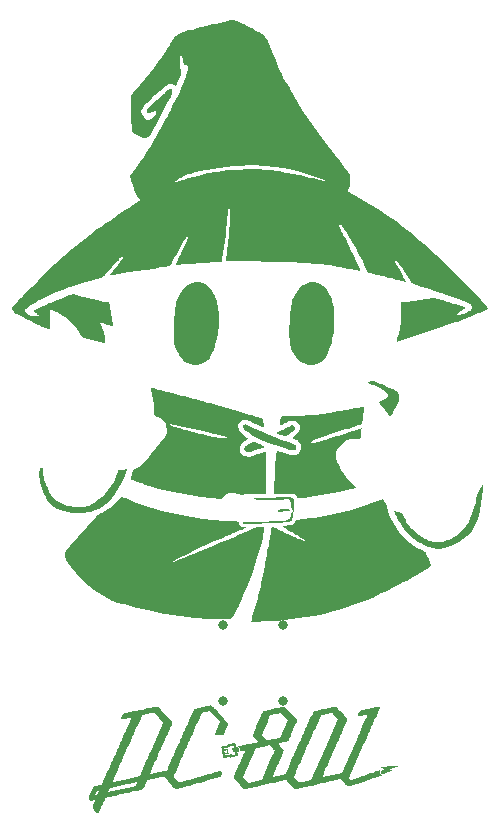
<source format=gbr>
%TF.GenerationSoftware,KiCad,Pcbnew,(6.0.5)*%
%TF.CreationDate,2022-09-12T01:39:42-06:00*%
%TF.ProjectId,MiniMageSpells,4d696e69-4d61-4676-9553-70656c6c732e,1.0*%
%TF.SameCoordinates,PX6e486c0PY7ba4d50*%
%TF.FileFunction,Copper,L1,Top*%
%TF.FilePolarity,Positive*%
%FSLAX46Y46*%
G04 Gerber Fmt 4.6, Leading zero omitted, Abs format (unit mm)*
G04 Created by KiCad (PCBNEW (6.0.5)) date 2022-09-12 01:39:42*
%MOMM*%
%LPD*%
G01*
G04 APERTURE LIST*
%TA.AperFunction,ViaPad*%
%ADD10C,0.800000*%
%TD*%
G04 APERTURE END LIST*
%TO.C,G\u002A\u002A\u002A*%
G36*
X16530538Y8339286D02*
G01*
X16541640Y8322642D01*
X16553713Y8276461D01*
X16569670Y8207004D01*
X16587438Y8124474D01*
X16604942Y8039078D01*
X16620106Y7961019D01*
X16630857Y7900501D01*
X16635119Y7867730D01*
X16634740Y7864737D01*
X16611383Y7854446D01*
X16583887Y7845248D01*
X16563697Y7842249D01*
X16548073Y7852180D01*
X16534037Y7881856D01*
X16518610Y7938093D01*
X16498813Y8027705D01*
X16493854Y8051250D01*
X16474740Y8145293D01*
X16459501Y8225888D01*
X16450014Y8282757D01*
X16447800Y8303249D01*
X16463443Y8334597D01*
X16497472Y8347943D01*
X16530538Y8339286D01*
G37*
G36*
X31025676Y6874166D02*
G01*
X31005325Y6859346D01*
X30948705Y6833948D01*
X30854607Y6797460D01*
X30721826Y6749365D01*
X30637012Y6719572D01*
X30523781Y6678955D01*
X30426803Y6641948D01*
X30352223Y6611080D01*
X30306184Y6588880D01*
X30294204Y6578443D01*
X30318439Y6558701D01*
X30366671Y6529754D01*
X30391041Y6516836D01*
X30438007Y6487880D01*
X30459837Y6464064D01*
X30458452Y6456548D01*
X30434183Y6445405D01*
X30377101Y6423382D01*
X30294573Y6393046D01*
X30193968Y6356962D01*
X30082650Y6317696D01*
X29967989Y6277813D01*
X29857349Y6239878D01*
X29758099Y6206456D01*
X29677605Y6180115D01*
X29623233Y6163417D01*
X29603221Y6158721D01*
X29579019Y6173820D01*
X29544418Y6210566D01*
X29541248Y6214539D01*
X29509590Y6278106D01*
X29497831Y6351968D01*
X29508394Y6416468D01*
X29514826Y6428856D01*
X29542164Y6448342D01*
X29598301Y6474719D01*
X29671506Y6502527D01*
X29677472Y6504556D01*
X29823283Y6553742D01*
X29660818Y6643425D01*
X29564549Y6698944D01*
X29503451Y6739643D01*
X29478674Y6764643D01*
X29491080Y6773067D01*
X29515577Y6774525D01*
X29577407Y6778672D01*
X29671643Y6785164D01*
X29793356Y6793656D01*
X29937620Y6803807D01*
X30099507Y6815271D01*
X30249670Y6825962D01*
X30422951Y6838291D01*
X30582988Y6849605D01*
X30724830Y6859559D01*
X30843525Y6867810D01*
X30934123Y6874013D01*
X30991673Y6877823D01*
X31010961Y6878923D01*
X31025676Y6874166D01*
G37*
G36*
X22121970Y35678315D02*
G01*
X22189975Y35642083D01*
X22231201Y35577686D01*
X22241859Y35540703D01*
X22245104Y35472592D01*
X22222968Y35402343D01*
X22172664Y35326138D01*
X22091400Y35240160D01*
X21976388Y35140592D01*
X21912475Y35090023D01*
X21781256Y34989255D01*
X21677893Y34912331D01*
X21597467Y34856243D01*
X21535065Y34817980D01*
X21485767Y34794533D01*
X21444659Y34782893D01*
X21406824Y34780051D01*
X21406080Y34780063D01*
X21361277Y34788048D01*
X21285638Y34809278D01*
X21187587Y34841071D01*
X21075550Y34880741D01*
X20996323Y34910596D01*
X20887583Y34953841D01*
X20795585Y34992810D01*
X20726383Y35024740D01*
X20686031Y35046867D01*
X20678558Y35055628D01*
X20700876Y35068797D01*
X20756339Y35098730D01*
X20840315Y35143007D01*
X20948173Y35199211D01*
X21075280Y35264921D01*
X21217004Y35337720D01*
X21300785Y35380558D01*
X21469663Y35466544D01*
X21605559Y35534996D01*
X21713097Y35587897D01*
X21796904Y35627228D01*
X21861604Y35654968D01*
X21911822Y35673101D01*
X21952182Y35683607D01*
X21987311Y35688468D01*
X22021833Y35689664D01*
X22022353Y35689664D01*
X22121970Y35678315D01*
G37*
G36*
X29758921Y29373203D02*
G01*
X29826777Y29290728D01*
X29880421Y29208008D01*
X29924933Y29114465D01*
X29965390Y28999522D01*
X30004453Y28861781D01*
X30153294Y28370661D01*
X30333629Y27906727D01*
X30546945Y27467252D01*
X30794728Y27049510D01*
X31078466Y26650774D01*
X31399646Y26268318D01*
X31447809Y26215783D01*
X31711000Y25953140D01*
X31987951Y25720255D01*
X32285215Y25512614D01*
X32609344Y25325702D01*
X32966888Y25155002D01*
X33020860Y25131769D01*
X33133394Y25073138D01*
X33231191Y25002281D01*
X33255329Y24979874D01*
X33282881Y24951803D01*
X33306692Y24924847D01*
X33329047Y24894337D01*
X33352234Y24855603D01*
X33378540Y24803975D01*
X33410252Y24734784D01*
X33449657Y24643360D01*
X33499042Y24525033D01*
X33560695Y24375132D01*
X33607544Y24260723D01*
X33772276Y23858221D01*
X33716168Y23798333D01*
X33640105Y23728330D01*
X33528600Y23641871D01*
X33384543Y23540552D01*
X33210824Y23425968D01*
X33010330Y23299715D01*
X32785954Y23163387D01*
X32540583Y23018580D01*
X32277107Y22866888D01*
X31998417Y22709907D01*
X31707401Y22549232D01*
X31406948Y22386458D01*
X31099949Y22223181D01*
X30789294Y22060994D01*
X30477870Y21901494D01*
X30168569Y21746275D01*
X29864280Y21596933D01*
X29567891Y21455063D01*
X29282293Y21322260D01*
X29010376Y21200119D01*
X29006356Y21198350D01*
X28183960Y20855363D01*
X27335033Y20537681D01*
X26467209Y20247595D01*
X25588119Y19987395D01*
X24705396Y19759373D01*
X23826670Y19565818D01*
X23148563Y19440181D01*
X22545126Y19345135D01*
X21944343Y19265343D01*
X21337594Y19199988D01*
X20716258Y19148253D01*
X20071715Y19109323D01*
X19395346Y19082380D01*
X19360308Y19081326D01*
X19150213Y19075101D01*
X18978586Y19070078D01*
X18841542Y19066232D01*
X18735197Y19063536D01*
X18655668Y19061966D01*
X18599070Y19061496D01*
X18561521Y19062101D01*
X18539136Y19063755D01*
X18528031Y19066434D01*
X18524323Y19070111D01*
X18524128Y19074761D01*
X18524170Y19075861D01*
X18530300Y19100430D01*
X18547076Y19158383D01*
X18572398Y19242696D01*
X18604162Y19346348D01*
X18630369Y19430698D01*
X18720581Y19721610D01*
X18803726Y19994854D01*
X18880786Y20254527D01*
X18952742Y20504727D01*
X19020573Y20749553D01*
X19085262Y20993101D01*
X19147789Y21239469D01*
X19209134Y21492755D01*
X19270280Y21757058D01*
X19332207Y22036474D01*
X19395896Y22335101D01*
X19462327Y22657037D01*
X19532483Y23006381D01*
X19607343Y23387228D01*
X19687888Y23803678D01*
X19730822Y24027695D01*
X19800921Y24394924D01*
X19863397Y24723505D01*
X19918766Y25016369D01*
X19967546Y25276448D01*
X20010252Y25506675D01*
X20047403Y25709979D01*
X20079514Y25889292D01*
X20107103Y26047547D01*
X20130687Y26187674D01*
X20150783Y26312605D01*
X20167907Y26425271D01*
X20182576Y26528604D01*
X20195308Y26625535D01*
X20206619Y26718996D01*
X20208957Y26739288D01*
X20226965Y26881847D01*
X20245058Y26986812D01*
X20265190Y27058914D01*
X20289314Y27102888D01*
X20319387Y27123466D01*
X20357362Y27125381D01*
X20367677Y27123628D01*
X20402351Y27110753D01*
X20468725Y27080749D01*
X20561101Y27036399D01*
X20673779Y26980485D01*
X20801060Y26915788D01*
X20921799Y26853181D01*
X21114833Y26752608D01*
X21278966Y26668260D01*
X21422516Y26596112D01*
X21553798Y26532142D01*
X21681130Y26472323D01*
X21812827Y26412631D01*
X21957207Y26349043D01*
X22019276Y26322089D01*
X22125204Y26276914D01*
X22250305Y26224680D01*
X22389454Y26167423D01*
X22537524Y26107176D01*
X22689388Y26045976D01*
X22839920Y25985856D01*
X22983992Y25928850D01*
X23116478Y25876994D01*
X23232251Y25832322D01*
X23326185Y25796868D01*
X23393153Y25772667D01*
X23428027Y25761753D01*
X23431809Y25761523D01*
X23418594Y25776345D01*
X23372149Y25810325D01*
X23295882Y25861335D01*
X23193196Y25927248D01*
X23067498Y26005939D01*
X22922193Y26095280D01*
X22760687Y26193145D01*
X22586386Y26297406D01*
X22402694Y26405937D01*
X22357666Y26432338D01*
X22149952Y26554507D01*
X21954985Y26670275D01*
X21775699Y26777831D01*
X21615029Y26875366D01*
X21475907Y26961070D01*
X21361267Y27033134D01*
X21274044Y27089748D01*
X21217169Y27129101D01*
X21193578Y27149385D01*
X21193088Y27150766D01*
X21212871Y27159873D01*
X21267132Y27172465D01*
X21348238Y27187352D01*
X21448556Y27203343D01*
X21560456Y27219251D01*
X21676303Y27233886D01*
X21788466Y27246058D01*
X21828618Y27249798D01*
X21912844Y27259780D01*
X21985453Y27272921D01*
X22031693Y27286508D01*
X22033807Y27287531D01*
X22064500Y27313892D01*
X22112090Y27367090D01*
X22169632Y27438941D01*
X22220220Y27507220D01*
X22284353Y27594752D01*
X22331296Y27652367D01*
X22366788Y27685774D01*
X22396567Y27700685D01*
X22417137Y27703175D01*
X22466921Y27706017D01*
X22552738Y27714053D01*
X22668670Y27726546D01*
X22808798Y27742762D01*
X22967205Y27761964D01*
X23137971Y27783416D01*
X23315179Y27806382D01*
X23492910Y27830127D01*
X23665245Y27853915D01*
X23826267Y27877010D01*
X23883497Y27885487D01*
X24726742Y28023168D01*
X25534610Y28178810D01*
X26310499Y28353297D01*
X27057806Y28547513D01*
X27779930Y28762345D01*
X28480269Y28998675D01*
X29162221Y29257390D01*
X29179577Y29264359D01*
X29677408Y29464526D01*
X29758921Y29373203D01*
G37*
G36*
X28775676Y39453995D02*
G01*
X28854328Y39437981D01*
X28966223Y39405548D01*
X29106429Y39358653D01*
X29270014Y39299254D01*
X29452044Y39229309D01*
X29647588Y39150775D01*
X29851712Y39065610D01*
X30059485Y38975772D01*
X30265974Y38883217D01*
X30466247Y38789905D01*
X30548516Y38750379D01*
X30692176Y38679845D01*
X30802260Y38622116D01*
X30883593Y38572096D01*
X30941000Y38524687D01*
X30979306Y38474794D01*
X31003336Y38417319D01*
X31017914Y38347167D01*
X31027866Y38259239D01*
X31029424Y38242388D01*
X31038215Y38132968D01*
X31045597Y38017405D01*
X31050187Y37917858D01*
X31050608Y37903425D01*
X31054389Y37755135D01*
X30872290Y37416186D01*
X30796977Y37275798D01*
X30712752Y37118465D01*
X30628104Y36960062D01*
X30551521Y36816468D01*
X30524003Y36764768D01*
X30468256Y36661230D01*
X30419032Y36572209D01*
X30379837Y36503859D01*
X30354180Y36462333D01*
X30345968Y36452492D01*
X30330172Y36468306D01*
X30290795Y36513104D01*
X30231061Y36583059D01*
X30154199Y36674347D01*
X30063435Y36783142D01*
X29961995Y36905619D01*
X29889251Y36993931D01*
X29780760Y37126052D01*
X29679544Y37249555D01*
X29589105Y37360149D01*
X29512943Y37453544D01*
X29454559Y37525451D01*
X29417452Y37571579D01*
X29406712Y37585291D01*
X29369044Y37635406D01*
X29700036Y37841106D01*
X29837893Y37928732D01*
X29942429Y38000459D01*
X30017772Y38060210D01*
X30068047Y38111905D01*
X30097380Y38159467D01*
X30109900Y38206816D01*
X30111142Y38231782D01*
X30093039Y38319384D01*
X30044426Y38415009D01*
X29972112Y38506614D01*
X29936390Y38540922D01*
X29854800Y38603269D01*
X29741111Y38676762D01*
X29602843Y38757536D01*
X29447519Y38841722D01*
X29282658Y38925456D01*
X29115782Y39004870D01*
X28954411Y39076098D01*
X28806066Y39135273D01*
X28724114Y39164154D01*
X28639454Y39192899D01*
X28561035Y39220928D01*
X28506737Y39241815D01*
X28462038Y39263062D01*
X28450662Y39282764D01*
X28466228Y39314163D01*
X28469476Y39319151D01*
X28507569Y39359414D01*
X28565343Y39402704D01*
X28588571Y39416770D01*
X28660626Y39449244D01*
X28730042Y39457577D01*
X28775676Y39453995D01*
G37*
G36*
X21807433Y29597273D02*
G01*
X21931949Y29589125D01*
X22021924Y29565436D01*
X22083212Y29523442D01*
X22121670Y29460377D01*
X22126629Y29446546D01*
X22134600Y29398372D01*
X22140024Y29314808D01*
X22143071Y29202745D01*
X22143910Y29069075D01*
X22142711Y28920689D01*
X22139643Y28764479D01*
X22134876Y28607336D01*
X22128579Y28456152D01*
X22120923Y28317819D01*
X22112076Y28199227D01*
X22102208Y28107268D01*
X22092315Y28051886D01*
X22055972Y27936575D01*
X22008391Y27820063D01*
X21954895Y27713031D01*
X21900806Y27626158D01*
X21852823Y27571270D01*
X21777769Y27521509D01*
X21687884Y27489719D01*
X21573641Y27473386D01*
X21468484Y27469773D01*
X21409053Y27468371D01*
X21313647Y27464672D01*
X21188580Y27458986D01*
X21040165Y27451623D01*
X20874716Y27442891D01*
X20698547Y27433101D01*
X20578743Y27426168D01*
X20370807Y27415188D01*
X20130515Y27404637D01*
X19867878Y27394840D01*
X19592909Y27386125D01*
X19315619Y27378820D01*
X19046021Y27373250D01*
X18881971Y27370746D01*
X17916058Y27358318D01*
X17881012Y27408354D01*
X17854804Y27459526D01*
X17845965Y27499097D01*
X17847506Y27511550D01*
X17855368Y27521009D01*
X17874406Y27527736D01*
X17909480Y27531992D01*
X17965445Y27534040D01*
X18047160Y27534141D01*
X18159481Y27532557D01*
X18307267Y27529551D01*
X18380869Y27527931D01*
X18548187Y27525115D01*
X18723244Y27524042D01*
X18909983Y27524808D01*
X19112347Y27527507D01*
X19334280Y27532234D01*
X19579722Y27539084D01*
X19852618Y27548150D01*
X20156910Y27559527D01*
X20496541Y27573311D01*
X20781953Y27585507D01*
X20984870Y27594593D01*
X21150288Y27603040D01*
X21283048Y27611775D01*
X21387991Y27621721D01*
X21469959Y27633803D01*
X21533792Y27648945D01*
X21584330Y27668071D01*
X21626416Y27692107D01*
X21664890Y27721976D01*
X21704593Y27758603D01*
X21708603Y27762466D01*
X21805858Y27880263D01*
X21870518Y28017611D01*
X21892747Y28098562D01*
X21917889Y28178254D01*
X21953456Y28254506D01*
X21966206Y28275152D01*
X22024300Y28376021D01*
X22056560Y28467870D01*
X22061645Y28511369D01*
X22052587Y28550191D01*
X22028623Y28613963D01*
X21994567Y28690134D01*
X21987500Y28704673D01*
X21941362Y28810308D01*
X21917901Y28897881D01*
X21912611Y28962371D01*
X21906045Y29063581D01*
X21889569Y29168781D01*
X21866031Y29265752D01*
X21838281Y29342275D01*
X21815158Y29380342D01*
X21799291Y29395981D01*
X21779765Y29407137D01*
X21750200Y29414297D01*
X21704215Y29417945D01*
X21635428Y29418568D01*
X21537458Y29416652D01*
X21403924Y29412682D01*
X21394339Y29412379D01*
X21244602Y29407069D01*
X21068310Y29399894D01*
X20881203Y29391551D01*
X20699016Y29382735D01*
X20568151Y29375852D01*
X20359973Y29366606D01*
X20145936Y29361128D01*
X19932454Y29359283D01*
X19725938Y29360934D01*
X19532800Y29365944D01*
X19359451Y29374176D01*
X19212305Y29385494D01*
X19097773Y29399762D01*
X19054182Y29408086D01*
X18945475Y29436244D01*
X18861503Y29465102D01*
X18807179Y29492466D01*
X18787415Y29516140D01*
X18791530Y29525434D01*
X18814516Y29528238D01*
X18875778Y29531702D01*
X18971228Y29535728D01*
X19096780Y29540219D01*
X19248346Y29545079D01*
X19421839Y29550209D01*
X19613173Y29555512D01*
X19818260Y29560891D01*
X20033015Y29566248D01*
X20253350Y29571486D01*
X20475178Y29576508D01*
X20694412Y29581217D01*
X20906966Y29585514D01*
X21108752Y29589303D01*
X21295684Y29592487D01*
X21463675Y29594967D01*
X21608638Y29596648D01*
X21726486Y29597430D01*
X21807433Y29597273D01*
G37*
G36*
X23917015Y47799241D02*
G01*
X24038266Y47784665D01*
X24085593Y47774649D01*
X24240043Y47723424D01*
X24403609Y47649664D01*
X24557325Y47562561D01*
X24638067Y47506869D01*
X24748217Y47413899D01*
X24848859Y47306347D01*
X24944784Y47177726D01*
X25040783Y47021547D01*
X25141647Y46831322D01*
X25151563Y46811432D01*
X25257316Y46587061D01*
X25345659Y46372649D01*
X25417891Y46161665D01*
X25475314Y45947580D01*
X25519225Y45723863D01*
X25550926Y45483984D01*
X25571714Y45221412D01*
X25582891Y44929617D01*
X25585801Y44629447D01*
X25579850Y44250823D01*
X25561814Y43904491D01*
X25530385Y43581767D01*
X25484252Y43273967D01*
X25422105Y42972406D01*
X25342632Y42668401D01*
X25244525Y42353268D01*
X25240607Y42341540D01*
X25144025Y42067449D01*
X25050349Y41830494D01*
X24960161Y41631980D01*
X24874043Y41473210D01*
X24810434Y41378281D01*
X24648179Y41197417D01*
X24459173Y41046647D01*
X24248519Y40928128D01*
X24021319Y40844018D01*
X23782677Y40796475D01*
X23537695Y40787657D01*
X23433534Y40796090D01*
X23200915Y40842706D01*
X22981735Y40927391D01*
X22773693Y41051330D01*
X22574492Y41215714D01*
X22521791Y41267322D01*
X22330275Y41484464D01*
X22168290Y41719259D01*
X22034943Y41974347D01*
X21929341Y42252362D01*
X21850592Y42555943D01*
X21797805Y42887726D01*
X21770086Y43250349D01*
X21765089Y43503626D01*
X21766983Y43652608D01*
X21772297Y43833547D01*
X21780509Y44037194D01*
X21791099Y44254303D01*
X21803545Y44475625D01*
X21817325Y44691911D01*
X21831920Y44893914D01*
X21846806Y45072385D01*
X21861463Y45218077D01*
X21861982Y45222608D01*
X21887225Y45433845D01*
X21913033Y45634579D01*
X21938651Y45819843D01*
X21963323Y45984666D01*
X21986293Y46124079D01*
X22006805Y46233115D01*
X22024104Y46306804D01*
X22029540Y46324123D01*
X22074119Y46430656D01*
X22139163Y46561514D01*
X22219166Y46707547D01*
X22308622Y46859606D01*
X22402023Y47008540D01*
X22493863Y47145199D01*
X22578637Y47260434D01*
X22631175Y47323844D01*
X22782728Y47468115D01*
X22961088Y47595036D01*
X23154032Y47697251D01*
X23349338Y47767401D01*
X23381509Y47775517D01*
X23493566Y47793789D01*
X23629967Y47803821D01*
X23776016Y47805633D01*
X23917015Y47799241D01*
G37*
G36*
X918797Y32115734D02*
G01*
X926340Y32082595D01*
X931309Y32019012D01*
X934081Y31920684D01*
X934954Y31819150D01*
X937740Y31646682D01*
X946157Y31502532D01*
X962298Y31372795D01*
X988254Y31243569D01*
X1026116Y31100949D01*
X1059858Y30988811D01*
X1173684Y30665402D01*
X1308722Y30357373D01*
X1462007Y30069542D01*
X1630579Y29806727D01*
X1811473Y29573747D01*
X2001729Y29375419D01*
X2108337Y29283611D01*
X2254757Y29180040D01*
X2419273Y29085747D01*
X2587710Y29007895D01*
X2745891Y28953647D01*
X2776744Y28945863D01*
X3034884Y28889033D01*
X3284843Y28840744D01*
X3521055Y28801757D01*
X3737955Y28772837D01*
X3929978Y28754746D01*
X4091557Y28748248D01*
X4192671Y28751702D01*
X4352835Y28769261D01*
X4502682Y28796170D01*
X4646622Y28834754D01*
X4789068Y28887337D01*
X4934432Y28956244D01*
X5087125Y29043798D01*
X5251561Y29152323D01*
X5432150Y29284145D01*
X5633306Y29441587D01*
X5859439Y29626973D01*
X5868520Y29634547D01*
X6167074Y29911078D01*
X6437209Y30217929D01*
X6677204Y30552521D01*
X6885340Y30912275D01*
X7059896Y31294614D01*
X7159778Y31569991D01*
X7195198Y31676142D01*
X7226831Y31766448D01*
X7252119Y31833950D01*
X7268502Y31871684D01*
X7272680Y31877233D01*
X7297025Y31879615D01*
X7356292Y31885737D01*
X7443272Y31894847D01*
X7550756Y31906190D01*
X7640419Y31915701D01*
X7995256Y31953422D01*
X7995256Y31906272D01*
X7988828Y31865725D01*
X7971630Y31797107D01*
X7946793Y31712369D01*
X7933856Y31671849D01*
X7753822Y31190528D01*
X7534490Y30724078D01*
X7276860Y30274285D01*
X6981931Y29842935D01*
X6735940Y29531505D01*
X6481220Y29253099D01*
X6214698Y29012824D01*
X5932864Y28808728D01*
X5632207Y28638864D01*
X5309218Y28501280D01*
X4960388Y28394027D01*
X4582205Y28315155D01*
X4531620Y28307028D01*
X4417104Y28293112D01*
X4272985Y28281514D01*
X4109587Y28272511D01*
X3937232Y28266382D01*
X3766245Y28263405D01*
X3606949Y28263858D01*
X3469666Y28268020D01*
X3368950Y28275674D01*
X3030585Y28328190D01*
X2707598Y28405478D01*
X2404318Y28505747D01*
X2125073Y28627201D01*
X1874192Y28768049D01*
X1656003Y28926496D01*
X1537389Y29034437D01*
X1399266Y29192936D01*
X1263672Y29386972D01*
X1133406Y29609716D01*
X1011268Y29854337D01*
X900059Y30114006D01*
X802578Y30381892D01*
X721627Y30651166D01*
X660004Y30914997D01*
X620511Y31166555D01*
X609164Y31298497D01*
X604507Y31425981D01*
X604159Y31559228D01*
X607652Y31690658D01*
X614516Y31812695D01*
X624283Y31917761D01*
X636483Y31998280D01*
X650647Y32046673D01*
X655968Y32054605D01*
X693343Y32074858D01*
X754361Y32092667D01*
X783654Y32098063D01*
X848194Y32108942D01*
X896546Y32119227D01*
X908302Y32122730D01*
X918797Y32115734D01*
G37*
G36*
X16015171Y8461869D02*
G01*
X16013092Y8485009D01*
X16013165Y8485109D01*
X16036896Y8493474D01*
X16093810Y8508447D01*
X16175617Y8527976D01*
X16274026Y8550007D01*
X16283573Y8552076D01*
X16393013Y8576564D01*
X16467234Y8595762D01*
X16512684Y8612074D01*
X16535809Y8627904D01*
X16543054Y8645654D01*
X16543171Y8648850D01*
X16548466Y8667013D01*
X16568558Y8683026D01*
X16609819Y8699274D01*
X16678619Y8718140D01*
X16781330Y8742008D01*
X16807975Y8747917D01*
X16919081Y8771846D01*
X16997532Y8786625D01*
X17051880Y8792966D01*
X17090676Y8791578D01*
X17122471Y8783175D01*
X17140587Y8775587D01*
X17179986Y8753064D01*
X17205062Y8721601D01*
X17223234Y8668711D01*
X17234859Y8616922D01*
X17250781Y8546548D01*
X17265953Y8508219D01*
X17287020Y8492261D01*
X17320625Y8489000D01*
X17322714Y8488997D01*
X17389350Y8470317D01*
X17453400Y8422362D01*
X17503280Y8357258D01*
X17527405Y8287134D01*
X17528121Y8273976D01*
X17514678Y8199065D01*
X17480262Y8127128D01*
X17433511Y8073063D01*
X17401024Y8054696D01*
X17367973Y8031287D01*
X17367813Y8008633D01*
X17377162Y7970226D01*
X17387633Y7907072D01*
X17393034Y7865764D01*
X17398756Y7798540D01*
X17393179Y7758008D01*
X17372358Y7729133D01*
X17352887Y7712700D01*
X17306487Y7688957D01*
X17227459Y7662144D01*
X17125116Y7635213D01*
X17069690Y7622953D01*
X16972801Y7602534D01*
X16888773Y7584377D01*
X16827843Y7570721D01*
X16802638Y7564549D01*
X16772922Y7567666D01*
X16765565Y7598231D01*
X16757183Y7630212D01*
X16724569Y7632628D01*
X16717900Y7631159D01*
X16537711Y7589947D01*
X16395537Y7560494D01*
X16292018Y7542909D01*
X16227796Y7537302D01*
X16203511Y7543773D01*
X16192735Y7584125D01*
X16176298Y7655049D01*
X16155652Y7749368D01*
X16132248Y7859906D01*
X16107538Y7979486D01*
X16082972Y8100934D01*
X16060001Y8217072D01*
X16040076Y8320724D01*
X16038382Y8329948D01*
X16229503Y8329948D01*
X16230431Y8292106D01*
X16242958Y8257380D01*
X16263386Y8244795D01*
X16264620Y8245110D01*
X16338389Y8264371D01*
X16382197Y8266239D01*
X16405120Y8249792D01*
X16412810Y8230043D01*
X16410120Y8181838D01*
X16371291Y8155578D01*
X16325990Y8150372D01*
X16294103Y8144497D01*
X16280630Y8121486D01*
X16283153Y8072406D01*
X16291840Y8024221D01*
X16303377Y7981093D01*
X16323766Y7964755D01*
X16367189Y7967210D01*
X16387169Y7970474D01*
X16443208Y7975031D01*
X16468361Y7965951D01*
X16468985Y7962983D01*
X16476052Y7925171D01*
X16481034Y7910269D01*
X16477425Y7887010D01*
X16440732Y7871024D01*
X16410080Y7864844D01*
X16357015Y7852756D01*
X16335901Y7834822D01*
X16336455Y7801812D01*
X16336947Y7799183D01*
X16350375Y7760048D01*
X16363838Y7747545D01*
X16390140Y7751792D01*
X16449010Y7763345D01*
X16531636Y7780421D01*
X16625812Y7800506D01*
X16739937Y7825026D01*
X16819061Y7841062D01*
X16869594Y7849083D01*
X16897947Y7849561D01*
X16910529Y7842969D01*
X16913751Y7829777D01*
X16913855Y7821690D01*
X16917449Y7801834D01*
X16933605Y7792613D01*
X16970385Y7793740D01*
X17035851Y7804928D01*
X17088070Y7815485D01*
X17156555Y7830610D01*
X17192294Y7844474D01*
X17204073Y7864209D01*
X17200677Y7896946D01*
X17198982Y7905519D01*
X17182894Y7979351D01*
X17166767Y8020828D01*
X17142925Y8039267D01*
X17103696Y8043989D01*
X17084853Y8044126D01*
X17004494Y8044126D01*
X16941996Y8330114D01*
X17007367Y8361205D01*
X17053270Y8383238D01*
X17078695Y8395823D01*
X17079623Y8396336D01*
X17080855Y8417619D01*
X17076139Y8466999D01*
X17071922Y8497647D01*
X17061489Y8551761D01*
X17044391Y8582709D01*
X17011891Y8593676D01*
X16955256Y8587844D01*
X16873103Y8570095D01*
X16804580Y8549769D01*
X16771440Y8526983D01*
X16765565Y8507970D01*
X16764003Y8489993D01*
X16755018Y8475904D01*
X16732158Y8463356D01*
X16688976Y8450004D01*
X16619021Y8433501D01*
X16515842Y8411499D01*
X16479577Y8403920D01*
X16388230Y8384589D01*
X16311596Y8367878D01*
X16259724Y8356005D01*
X16243872Y8351877D01*
X16229503Y8329948D01*
X16038382Y8329948D01*
X16024649Y8404715D01*
X16015171Y8461869D01*
G37*
G36*
X28073187Y37250875D02*
G01*
X28091458Y37245637D01*
X28099340Y37235537D01*
X28100745Y37220926D01*
X28099580Y37202153D01*
X28099257Y37191244D01*
X28096800Y37153917D01*
X28089870Y37080884D01*
X28079192Y36978487D01*
X28065488Y36853068D01*
X28049483Y36710969D01*
X28031900Y36558533D01*
X28013462Y36402102D01*
X27994893Y36248019D01*
X27976917Y36102625D01*
X27960256Y35972263D01*
X27959832Y35969012D01*
X27949916Y35913220D01*
X27933125Y35866938D01*
X27904780Y35827311D01*
X27860200Y35791486D01*
X27794703Y35756607D01*
X27703609Y35719819D01*
X27582238Y35678267D01*
X27425908Y35629097D01*
X27378909Y35614697D01*
X27187537Y35555759D01*
X26976766Y35489961D01*
X26750118Y35418460D01*
X26511112Y35342416D01*
X26263268Y35262987D01*
X26010106Y35181331D01*
X25755146Y35098608D01*
X25501908Y35015974D01*
X25253912Y34934589D01*
X25014678Y34855612D01*
X24787726Y34780200D01*
X24576576Y34709512D01*
X24384747Y34644708D01*
X24215760Y34586944D01*
X24073135Y34537380D01*
X23960391Y34497174D01*
X23881049Y34467484D01*
X23839004Y34449663D01*
X23776464Y34412765D01*
X23706603Y34364769D01*
X23685047Y34348393D01*
X23637705Y34308732D01*
X23620428Y34284306D01*
X23628504Y34266151D01*
X23637825Y34258603D01*
X23687062Y34232929D01*
X23751036Y34219568D01*
X23834117Y34218972D01*
X23940671Y34231592D01*
X24075065Y34257883D01*
X24241667Y34298295D01*
X24381328Y34335652D01*
X24448286Y34355070D01*
X24551306Y34386294D01*
X24686174Y34427976D01*
X24848677Y34478769D01*
X25034601Y34537325D01*
X25239733Y34602297D01*
X25459860Y34672337D01*
X25690768Y34746097D01*
X25928243Y34822231D01*
X26168072Y34899389D01*
X26406042Y34976226D01*
X26637940Y35051393D01*
X26859551Y35123543D01*
X27066662Y35191328D01*
X27255061Y35253400D01*
X27365621Y35290090D01*
X27503954Y35335679D01*
X27628596Y35375845D01*
X27734061Y35408896D01*
X27814866Y35433137D01*
X27865526Y35446877D01*
X27880730Y35449116D01*
X27881301Y35426187D01*
X27877248Y35368735D01*
X27869438Y35284246D01*
X27858736Y35180209D01*
X27846008Y35064111D01*
X27832119Y34943440D01*
X27817935Y34825684D01*
X27804323Y34718331D01*
X27792148Y34628868D01*
X27782275Y34564784D01*
X27775571Y34533565D01*
X27774680Y34531917D01*
X27750107Y34529421D01*
X27693725Y34532088D01*
X27615699Y34539304D01*
X27576576Y34543832D01*
X27398155Y34560144D01*
X27224023Y34565752D01*
X27064798Y34560796D01*
X26931097Y34545415D01*
X26880233Y34534660D01*
X26680445Y34463995D01*
X26481852Y34356673D01*
X26291423Y34218015D01*
X26116126Y34053336D01*
X25962933Y33867956D01*
X25915320Y33798387D01*
X25814505Y33604978D01*
X25753020Y33397576D01*
X25730983Y33178240D01*
X25748517Y32949032D01*
X25805741Y32712011D01*
X25845400Y32600990D01*
X25904758Y32462683D01*
X25982439Y32300468D01*
X26072621Y32125255D01*
X26169484Y31947952D01*
X26267206Y31779468D01*
X26359966Y31630711D01*
X26376613Y31605483D01*
X26565119Y31337057D01*
X26753230Y31099677D01*
X26949820Y30883047D01*
X27163765Y30676870D01*
X27221322Y30625471D01*
X27301320Y30554019D01*
X27368428Y30492145D01*
X27416872Y30445320D01*
X27440882Y30419015D01*
X27442462Y30415842D01*
X27422685Y30406765D01*
X27366798Y30389430D01*
X27279971Y30365127D01*
X27167376Y30335147D01*
X27034180Y30300779D01*
X26885555Y30263311D01*
X26726671Y30224035D01*
X26562696Y30184240D01*
X26398801Y30145216D01*
X26240155Y30108251D01*
X26091930Y30074637D01*
X25959293Y30045662D01*
X25954378Y30044616D01*
X25491465Y29951046D01*
X24997776Y29860162D01*
X24484897Y29773852D01*
X23964412Y29694004D01*
X23447908Y29622504D01*
X23089420Y29577780D01*
X22916769Y29557352D01*
X22781282Y29541999D01*
X22678033Y29531954D01*
X22602097Y29527449D01*
X22548546Y29528717D01*
X22512455Y29535988D01*
X22488897Y29549495D01*
X22472945Y29569471D01*
X22459675Y29596148D01*
X22454488Y29607695D01*
X22415309Y29674290D01*
X22361155Y29743419D01*
X22340053Y29765543D01*
X22304723Y29799398D01*
X22271822Y29827338D01*
X22237056Y29849932D01*
X22196131Y29867746D01*
X22144755Y29881350D01*
X22078635Y29891310D01*
X21993477Y29898195D01*
X21884987Y29902572D01*
X21748874Y29905010D01*
X21580843Y29906076D01*
X21376601Y29906338D01*
X21275520Y29906344D01*
X20445665Y29906344D01*
X20457861Y30081115D01*
X20464619Y30173685D01*
X20473711Y30292406D01*
X20483889Y30421216D01*
X20492846Y30531282D01*
X20498554Y30615972D01*
X20504810Y30736302D01*
X20511358Y30885555D01*
X20517940Y31057009D01*
X20524298Y31243945D01*
X20530175Y31439643D01*
X20535313Y31637383D01*
X20535457Y31643459D01*
X20541174Y31871094D01*
X20546829Y32062503D01*
X20552791Y32223826D01*
X20559429Y32361202D01*
X20567113Y32480771D01*
X20576212Y32588674D01*
X20587094Y32691049D01*
X20600128Y32794038D01*
X20608035Y32850965D01*
X20636412Y33048079D01*
X20659992Y33206389D01*
X20679341Y33329118D01*
X20695021Y33419492D01*
X20707597Y33480733D01*
X20717631Y33516067D01*
X20725689Y33528716D01*
X20726576Y33528863D01*
X20749867Y33522982D01*
X20808414Y33506375D01*
X20896925Y33480597D01*
X21010105Y33447201D01*
X21142661Y33407743D01*
X21289299Y33363778D01*
X21311336Y33357145D01*
X21463375Y33311393D01*
X21605509Y33268684D01*
X21731692Y33230828D01*
X21835879Y33199638D01*
X21912023Y33176926D01*
X21954079Y33164502D01*
X21955616Y33164058D01*
X22079039Y33148792D01*
X22213357Y33166362D01*
X22349298Y33212344D01*
X22477588Y33282313D01*
X22588954Y33371845D01*
X22674122Y33476516D01*
X22696916Y33517737D01*
X22751599Y33677034D01*
X22766960Y33841389D01*
X22744363Y34004040D01*
X22685172Y34158226D01*
X22590751Y34297185D01*
X22526419Y34362772D01*
X22464909Y34413554D01*
X22402958Y34452342D01*
X22327558Y34485804D01*
X22225703Y34520612D01*
X22207482Y34526317D01*
X22120743Y34554906D01*
X22051530Y34580845D01*
X22008328Y34600759D01*
X21998092Y34609539D01*
X22013149Y34629184D01*
X22054673Y34671403D01*
X22117194Y34730928D01*
X22195242Y34802494D01*
X22241991Y34844357D01*
X22368198Y34960002D01*
X22464350Y35057289D01*
X22535063Y35142212D01*
X22584953Y35220767D01*
X22618635Y35298946D01*
X22634383Y35353887D01*
X22652502Y35511745D01*
X22632351Y35660640D01*
X22577806Y35795612D01*
X22492746Y35911696D01*
X22381049Y36003930D01*
X22246591Y36067352D01*
X22093252Y36096999D01*
X22052504Y36098551D01*
X21978688Y36095767D01*
X21904376Y36084753D01*
X21823191Y36063285D01*
X21728756Y36029139D01*
X21614695Y35980090D01*
X21474631Y35913913D01*
X21357516Y35856116D01*
X21249091Y35802237D01*
X21154334Y35755627D01*
X21079510Y35719330D01*
X21030884Y35696390D01*
X21014795Y35689664D01*
X21007390Y35708761D01*
X20997832Y35758192D01*
X20990427Y35810126D01*
X20988218Y35962838D01*
X21015364Y36132920D01*
X21069936Y36309168D01*
X21081148Y36337347D01*
X21137055Y36473484D01*
X21604646Y36473516D01*
X22153991Y36481373D01*
X22721341Y36505067D01*
X23309268Y36544888D01*
X23920342Y36601127D01*
X24557136Y36674077D01*
X25222221Y36764029D01*
X25918169Y36871274D01*
X26647550Y36996104D01*
X27325949Y37122045D01*
X27526426Y37160631D01*
X27689144Y37191907D01*
X27818012Y37216222D01*
X27916939Y37233926D01*
X27989838Y37245370D01*
X28040617Y37250903D01*
X28073187Y37250875D01*
G37*
G36*
X11293562Y35857899D02*
G01*
X11242880Y35937285D01*
X11170864Y36015542D01*
X11072421Y36100890D01*
X10961738Y36186983D01*
X10816570Y36294089D01*
X10695603Y36376576D01*
X10592006Y36438671D01*
X10498950Y36484605D01*
X10447342Y36505422D01*
X10346716Y36542793D01*
X10346716Y36802474D01*
X10333429Y37154166D01*
X10293782Y37536472D01*
X10228098Y37947097D01*
X10136702Y38383743D01*
X10106030Y38512474D01*
X10077300Y38631685D01*
X10053110Y38735325D01*
X10034896Y38816960D01*
X10024095Y38870156D01*
X10022058Y38888496D01*
X10049562Y38883242D01*
X10114812Y38868036D01*
X10214584Y38843712D01*
X10345651Y38811107D01*
X10504788Y38771055D01*
X10688770Y38724391D01*
X10894369Y38671950D01*
X11118362Y38614567D01*
X11357522Y38553077D01*
X11608623Y38488315D01*
X11868440Y38421116D01*
X12133747Y38352315D01*
X12401319Y38282747D01*
X12667930Y38213247D01*
X12930354Y38144649D01*
X13185365Y38077790D01*
X13429739Y38013504D01*
X13660248Y37952625D01*
X13873668Y37895990D01*
X14066773Y37844432D01*
X14236337Y37798787D01*
X14329368Y37773513D01*
X14483535Y37731080D01*
X14668353Y37679601D01*
X14880184Y37620125D01*
X15115386Y37553701D01*
X15370320Y37481380D01*
X15641345Y37404211D01*
X15924820Y37323245D01*
X16217107Y37239530D01*
X16514563Y37154118D01*
X16813550Y37068057D01*
X17110426Y36982398D01*
X17401552Y36898190D01*
X17683287Y36816484D01*
X17951991Y36738329D01*
X18204023Y36664775D01*
X18435744Y36596872D01*
X18643514Y36535670D01*
X18823691Y36482219D01*
X18972635Y36437568D01*
X19086707Y36402768D01*
X19138209Y36386635D01*
X19267833Y36343811D01*
X19362967Y36307900D01*
X19430174Y36275325D01*
X19476014Y36242512D01*
X19507047Y36205885D01*
X19523075Y36176903D01*
X19535932Y36135991D01*
X19551311Y36066032D01*
X19567915Y35975897D01*
X19584447Y35874461D01*
X19599608Y35770595D01*
X19612102Y35673174D01*
X19620630Y35591070D01*
X19623894Y35533156D01*
X19620827Y35508506D01*
X19594141Y35510374D01*
X19531259Y35532268D01*
X19433099Y35573777D01*
X19300579Y35634492D01*
X19134617Y35714003D01*
X18936133Y35811902D01*
X18900337Y35829786D01*
X18727302Y35915906D01*
X18586503Y35984679D01*
X18472618Y36038365D01*
X18380325Y36079224D01*
X18304301Y36109517D01*
X18239225Y36131503D01*
X18179773Y36147443D01*
X18125949Y36158622D01*
X17974186Y36166859D01*
X17832487Y36136489D01*
X17705693Y36070951D01*
X17598647Y35973684D01*
X17516191Y35848126D01*
X17463166Y35697717D01*
X17460632Y35686109D01*
X17449939Y35534315D01*
X17480191Y35383619D01*
X17550212Y35239685D01*
X17554713Y35232803D01*
X17594611Y35184473D01*
X17661024Y35116827D01*
X17746710Y35036154D01*
X17844427Y34948745D01*
X17946932Y34860887D01*
X18046984Y34778871D01*
X18137342Y34708984D01*
X18210761Y34657517D01*
X18232416Y34644268D01*
X18281139Y34611328D01*
X18309189Y34582848D01*
X18311857Y34575408D01*
X18294292Y34553679D01*
X18249614Y34525281D01*
X18222172Y34511855D01*
X18127864Y34463395D01*
X18023408Y34399940D01*
X17920760Y34329693D01*
X17831872Y34260857D01*
X17768699Y34201636D01*
X17766485Y34199137D01*
X17673048Y34068108D01*
X17605500Y33922419D01*
X17567019Y33772307D01*
X17560788Y33628010D01*
X17569752Y33565816D01*
X17623099Y33410308D01*
X17709604Y33279174D01*
X17826409Y33174471D01*
X17970658Y33098251D01*
X18139495Y33052571D01*
X18301619Y33039281D01*
X18358269Y33040772D01*
X18416647Y33046937D01*
X18483657Y33059402D01*
X18566207Y33079793D01*
X18671202Y33109737D01*
X18805548Y33150860D01*
X18895316Y33179106D01*
X19042367Y33225892D01*
X19191479Y33273746D01*
X19332388Y33319345D01*
X19454829Y33359366D01*
X19548539Y33390484D01*
X19558721Y33393920D01*
X19648429Y33422896D01*
X19722709Y33444282D01*
X19772896Y33455750D01*
X19790028Y33456082D01*
X19798983Y33426000D01*
X19806755Y33357460D01*
X19813376Y33254359D01*
X19818875Y33120589D01*
X19823281Y32960047D01*
X19826626Y32776626D01*
X19828938Y32574220D01*
X19830248Y32356725D01*
X19830587Y32128035D01*
X19829983Y31892045D01*
X19828468Y31652648D01*
X19826070Y31413740D01*
X19822821Y31179215D01*
X19818750Y30952968D01*
X19813887Y30738892D01*
X19808262Y30540884D01*
X19801906Y30362836D01*
X19794847Y30208644D01*
X19787117Y30082203D01*
X19778746Y29987406D01*
X19769762Y29928148D01*
X19762684Y29909413D01*
X19740571Y29907216D01*
X19681310Y29904320D01*
X19590114Y29900859D01*
X19472193Y29896971D01*
X19332761Y29892792D01*
X19177030Y29888458D01*
X19010211Y29884105D01*
X18837518Y29879869D01*
X18664162Y29875886D01*
X18495355Y29872294D01*
X18336310Y29869227D01*
X18192239Y29866822D01*
X18073697Y29865272D01*
X17991769Y29859846D01*
X17938557Y29843407D01*
X17909518Y29821607D01*
X17886417Y29800377D01*
X17862647Y29787411D01*
X17830828Y29783118D01*
X17783580Y29787906D01*
X17713524Y29802183D01*
X17613278Y29826358D01*
X17553442Y29841303D01*
X17330364Y29892535D01*
X17138295Y29926085D01*
X16970173Y29942862D01*
X16818937Y29943777D01*
X16777698Y29941241D01*
X16631966Y29925759D01*
X16518121Y29902025D01*
X16425900Y29866034D01*
X16345034Y29813781D01*
X16265379Y29741385D01*
X16199835Y29671504D01*
X16139041Y29601069D01*
X16095376Y29544472D01*
X16092955Y29540915D01*
X16058330Y29493904D01*
X16026053Y29470941D01*
X15979470Y29464193D01*
X15931265Y29464864D01*
X15850343Y29468471D01*
X15773385Y29473589D01*
X15748718Y29475803D01*
X15705793Y29480025D01*
X15628154Y29487518D01*
X15523267Y29497567D01*
X15398599Y29509456D01*
X15261617Y29522470D01*
X15219110Y29526500D01*
X14274896Y29631046D01*
X13350500Y29763717D01*
X12448546Y29923979D01*
X11571660Y30111301D01*
X10722466Y30325150D01*
X9903589Y30564992D01*
X9574201Y30671725D01*
X9441112Y30716844D01*
X9295685Y30767404D01*
X9143375Y30821383D01*
X8989636Y30876762D01*
X8839921Y30931520D01*
X8699684Y30983638D01*
X8574378Y31031096D01*
X8469458Y31071874D01*
X8390377Y31103951D01*
X8342589Y31125307D01*
X8331222Y31132119D01*
X8332161Y31155893D01*
X8342979Y31213823D01*
X8362182Y31299250D01*
X8388276Y31405517D01*
X8419024Y31523204D01*
X8460218Y31673078D01*
X8495014Y31787397D01*
X8526796Y31871829D01*
X8558946Y31932042D01*
X8594847Y31973705D01*
X8637883Y32002487D01*
X8691437Y32024056D01*
X8723957Y32034125D01*
X8815998Y32067453D01*
X8912841Y32115598D01*
X9016064Y32180176D01*
X9127245Y32262806D01*
X9247962Y32365103D01*
X9379792Y32488684D01*
X9524313Y32635165D01*
X9683103Y32806165D01*
X9857739Y33003298D01*
X10049800Y33228182D01*
X10260863Y33482434D01*
X10492505Y33767670D01*
X10746305Y34085508D01*
X10833884Y34196169D01*
X10943441Y34336241D01*
X11046682Y34470831D01*
X11140044Y34595096D01*
X11219963Y34704196D01*
X11282877Y34793287D01*
X11325223Y34857528D01*
X11340504Y34884660D01*
X11367744Y34954974D01*
X11385265Y35033693D01*
X11393369Y35127727D01*
X11392355Y35243985D01*
X11382523Y35389376D01*
X11368567Y35530781D01*
X11351310Y35662866D01*
X11334979Y35737361D01*
X11684027Y35737361D01*
X11692491Y35712656D01*
X11705794Y35698487D01*
X11733197Y35685337D01*
X11797213Y35662099D01*
X11893632Y35630012D01*
X12018240Y35590320D01*
X12166827Y35544263D01*
X12335181Y35493083D01*
X12519090Y35438021D01*
X12714341Y35380318D01*
X12916725Y35321217D01*
X13122027Y35261957D01*
X13326037Y35203781D01*
X13524544Y35147930D01*
X13713334Y35095646D01*
X13888197Y35048169D01*
X14044921Y35006741D01*
X14106933Y34990778D01*
X14411831Y34915433D01*
X14709055Y34846560D01*
X14995381Y34784671D01*
X15267582Y34730279D01*
X15522435Y34683895D01*
X15756714Y34646033D01*
X15967194Y34617204D01*
X16150652Y34597921D01*
X16303861Y34588696D01*
X16423597Y34590042D01*
X16506635Y34602470D01*
X16521053Y34607278D01*
X16540633Y34619236D01*
X16534438Y34635088D01*
X16497754Y34661054D01*
X16465761Y34680210D01*
X16426918Y34702191D01*
X16387786Y34721882D01*
X16344142Y34740420D01*
X16291761Y34758941D01*
X16226421Y34778580D01*
X16143898Y34800474D01*
X16039969Y34825758D01*
X15910410Y34855568D01*
X15750997Y34891041D01*
X15557507Y34933312D01*
X15388584Y34969923D01*
X15118187Y35028991D01*
X14810105Y35097330D01*
X14467811Y35174148D01*
X14094778Y35258655D01*
X13694478Y35350059D01*
X13270383Y35447569D01*
X12825966Y35550395D01*
X12364699Y35657744D01*
X12173058Y35702520D01*
X12028876Y35736001D01*
X11920238Y35760325D01*
X11841499Y35776279D01*
X11787018Y35784654D01*
X11751152Y35786237D01*
X11728260Y35781816D01*
X11712698Y35772180D01*
X11707759Y35767542D01*
X11684027Y35737361D01*
X11334979Y35737361D01*
X11328007Y35769166D01*
X11293562Y35857899D01*
G37*
G36*
X4914169Y4557441D02*
G01*
X4973116Y4681065D01*
X5040678Y4820009D01*
X5093575Y4925318D01*
X5134733Y5001897D01*
X5167077Y5054656D01*
X5193535Y5088501D01*
X5217033Y5108341D01*
X5232624Y5116260D01*
X5275458Y5129727D01*
X5350236Y5149554D01*
X5447445Y5173357D01*
X5557574Y5198747D01*
X5590836Y5206125D01*
X5697801Y5230405D01*
X5789627Y5252712D01*
X5858509Y5271038D01*
X5896642Y5283373D01*
X5901405Y5286028D01*
X5911817Y5307118D01*
X5938076Y5364215D01*
X5979025Y5454701D01*
X5990251Y5479688D01*
X6795661Y5479688D01*
X6797291Y5478406D01*
X6800144Y5479322D01*
X6803424Y5480609D01*
X6804857Y5480823D01*
X6827988Y5485298D01*
X6888652Y5498164D01*
X6983031Y5518584D01*
X7107306Y5545721D01*
X7257659Y5578736D01*
X7430273Y5616792D01*
X7621328Y5659052D01*
X7827006Y5704678D01*
X7949367Y5731879D01*
X8161791Y5779411D01*
X8361785Y5824689D01*
X8545522Y5866810D01*
X8709175Y5904871D01*
X8848919Y5937971D01*
X8960925Y5965206D01*
X9041367Y5985675D01*
X9086419Y5998475D01*
X9094783Y6001979D01*
X9105410Y6023457D01*
X9132094Y6081247D01*
X9173746Y6172917D01*
X9229280Y6296035D01*
X9297608Y6448168D01*
X9377642Y6626883D01*
X9468294Y6829748D01*
X9568479Y7054331D01*
X9677107Y7298198D01*
X9793091Y7558918D01*
X9915344Y7834057D01*
X10042778Y8121184D01*
X10110284Y8273413D01*
X11108822Y10525804D01*
X10734895Y10942638D01*
X10634371Y11054720D01*
X10542918Y11156736D01*
X10464422Y11244344D01*
X10402772Y11313204D01*
X10361854Y11358977D01*
X10345742Y11377105D01*
X10321907Y11377389D01*
X10263836Y11369022D01*
X10178422Y11353539D01*
X10072557Y11332470D01*
X9953132Y11307348D01*
X9827039Y11279706D01*
X9701171Y11251077D01*
X9582418Y11222991D01*
X9477673Y11196983D01*
X9393827Y11174584D01*
X9337773Y11157327D01*
X9317979Y11148578D01*
X9306100Y11126939D01*
X9278077Y11068740D01*
X9234897Y10976171D01*
X9177546Y10851423D01*
X9107013Y10696687D01*
X9024284Y10514153D01*
X8930346Y10306012D01*
X8826186Y10074453D01*
X8712792Y9821669D01*
X8591150Y9549849D01*
X8462248Y9261184D01*
X8327072Y8957864D01*
X8186611Y8642080D01*
X8057498Y8351298D01*
X7884407Y7961161D01*
X7727686Y7607931D01*
X7586539Y7289782D01*
X7460168Y7004887D01*
X7347777Y6751419D01*
X7248567Y6527551D01*
X7161742Y6331457D01*
X7086504Y6161309D01*
X7022057Y6015282D01*
X6967603Y5891547D01*
X6922344Y5788278D01*
X6885485Y5703649D01*
X6856226Y5635832D01*
X6833772Y5583000D01*
X6817325Y5543328D01*
X6806087Y5514987D01*
X6799262Y5496151D01*
X6796053Y5484994D01*
X6795661Y5479688D01*
X5990251Y5479688D01*
X6033506Y5575962D01*
X6100363Y5725379D01*
X6178438Y5900335D01*
X6266574Y6098216D01*
X6363613Y6316402D01*
X6468400Y6552279D01*
X6579776Y6803228D01*
X6696585Y7066634D01*
X6817668Y7339879D01*
X6941870Y7620347D01*
X7068033Y7905422D01*
X7194999Y8192485D01*
X7321612Y8478922D01*
X7446714Y8762114D01*
X7569149Y9039446D01*
X7687758Y9308300D01*
X7801386Y9566059D01*
X7908874Y9810108D01*
X8009065Y10037829D01*
X8100803Y10246606D01*
X8182930Y10433821D01*
X8254289Y10596858D01*
X8313723Y10733101D01*
X8360075Y10839933D01*
X8392187Y10914736D01*
X8408903Y10954894D01*
X8411109Y10961273D01*
X8389389Y10958892D01*
X8333068Y10948269D01*
X8248807Y10930784D01*
X8143267Y10907816D01*
X8032806Y10882960D01*
X7910253Y10855522D01*
X7799670Y10831778D01*
X7708628Y10813276D01*
X7644698Y10801558D01*
X7617062Y10798087D01*
X7571762Y10816881D01*
X7539027Y10863761D01*
X7529201Y10913022D01*
X7539474Y10960432D01*
X7566119Y11029593D01*
X7602879Y11108019D01*
X7643496Y11183224D01*
X7681712Y11242721D01*
X7709633Y11273026D01*
X7738475Y11282914D01*
X7805112Y11300598D01*
X7905861Y11325239D01*
X8037038Y11355997D01*
X8194960Y11392033D01*
X8375941Y11432509D01*
X8576300Y11476585D01*
X8792351Y11523422D01*
X9020411Y11572180D01*
X9057663Y11580082D01*
X9289382Y11629210D01*
X9511367Y11676339D01*
X9719707Y11720637D01*
X9910495Y11761268D01*
X10079822Y11797398D01*
X10223778Y11828193D01*
X10338455Y11852819D01*
X10419944Y11870442D01*
X10464336Y11880228D01*
X10466870Y11880809D01*
X10544277Y11894569D01*
X10600641Y11892228D01*
X10640521Y11879637D01*
X10671839Y11856815D01*
X10728459Y11804889D01*
X10807712Y11726577D01*
X10906929Y11624600D01*
X11023440Y11501676D01*
X11154578Y11360525D01*
X11219450Y11289816D01*
X11370057Y11124999D01*
X11494582Y10988386D01*
X11595504Y10876884D01*
X11675304Y10787402D01*
X11736460Y10716849D01*
X11781453Y10662134D01*
X11812762Y10620166D01*
X11832867Y10587852D01*
X11844248Y10562103D01*
X11849384Y10539826D01*
X11850756Y10517930D01*
X11850803Y10502747D01*
X11845511Y10477661D01*
X11829244Y10429371D01*
X11801410Y10356506D01*
X11761419Y10257693D01*
X11708680Y10131562D01*
X11642603Y9976742D01*
X11562598Y9791861D01*
X11468074Y9575547D01*
X11358440Y9326429D01*
X11233106Y9043136D01*
X11091481Y8724297D01*
X10932976Y8368539D01*
X10901142Y8297194D01*
X10774657Y8013721D01*
X10653141Y7741260D01*
X10537695Y7482286D01*
X10429419Y7239274D01*
X10329413Y7014697D01*
X10238778Y6811030D01*
X10158615Y6630746D01*
X10090025Y6476321D01*
X10034106Y6350229D01*
X9991962Y6254943D01*
X9964691Y6192938D01*
X9953394Y6166688D01*
X9953143Y6165948D01*
X9973581Y6168730D01*
X10029732Y6178955D01*
X10115827Y6195454D01*
X10226095Y6217057D01*
X10354766Y6242594D01*
X10496071Y6270896D01*
X10644239Y6300793D01*
X10793499Y6331115D01*
X10938083Y6360692D01*
X11072218Y6388356D01*
X11190136Y6412936D01*
X11286067Y6433262D01*
X11354239Y6448165D01*
X11388883Y6456475D01*
X11392041Y6457634D01*
X11401240Y6477638D01*
X11426632Y6534088D01*
X11467207Y6624712D01*
X11521951Y6747240D01*
X11589853Y6899398D01*
X11669901Y7078917D01*
X11761082Y7283524D01*
X11862384Y7510948D01*
X11972795Y7758917D01*
X12091302Y8025160D01*
X12216894Y8307405D01*
X12348559Y8603381D01*
X12485283Y8910817D01*
X12528501Y9008012D01*
X12667033Y9319418D01*
X12801160Y9620606D01*
X12929841Y9909256D01*
X13052037Y10183046D01*
X13166706Y10439658D01*
X13272808Y10676768D01*
X13369303Y10892058D01*
X13455151Y11083206D01*
X13529311Y11247891D01*
X13590742Y11383794D01*
X13638404Y11488592D01*
X13671257Y11559967D01*
X13688260Y11595595D01*
X13690058Y11598878D01*
X13732372Y11644704D01*
X13781104Y11678544D01*
X13813603Y11689383D01*
X13881178Y11707650D01*
X13977476Y11731896D01*
X14096145Y11760672D01*
X14230831Y11792528D01*
X14375181Y11826016D01*
X14522845Y11859687D01*
X14667467Y11892092D01*
X14802697Y11921781D01*
X14922181Y11947305D01*
X15019567Y11967216D01*
X15088502Y11980065D01*
X15122008Y11984409D01*
X15139901Y11984205D01*
X15157104Y11982232D01*
X15175646Y11976452D01*
X15197553Y11964828D01*
X15224851Y11945319D01*
X15259568Y11915888D01*
X15303731Y11874495D01*
X15359366Y11819103D01*
X15428499Y11747673D01*
X15513159Y11658167D01*
X15615371Y11548545D01*
X15737163Y11416769D01*
X15880562Y11260800D01*
X16047594Y11078601D01*
X16240286Y10868132D01*
X16337858Y10761525D01*
X16427110Y10663027D01*
X16491055Y10589373D01*
X16533749Y10534865D01*
X16559251Y10493803D01*
X16571617Y10460489D01*
X16574905Y10429224D01*
X16574906Y10428572D01*
X16566146Y10390118D01*
X16541962Y10320686D01*
X16505499Y10227378D01*
X16459901Y10117299D01*
X16408314Y9997552D01*
X16353883Y9875242D01*
X16299751Y9757472D01*
X16249063Y9651347D01*
X16204965Y9563969D01*
X16170602Y9502444D01*
X16154710Y9479363D01*
X16137199Y9464516D01*
X16109252Y9454181D01*
X16063853Y9447580D01*
X15993983Y9443932D01*
X15892624Y9442458D01*
X15821093Y9442291D01*
X15686967Y9443571D01*
X15589490Y9448595D01*
X15522986Y9459139D01*
X15481780Y9476981D01*
X15460198Y9503897D01*
X15452564Y9541664D01*
X15452137Y9557797D01*
X15460548Y9590869D01*
X15484092Y9656151D01*
X15520241Y9747345D01*
X15566464Y9858150D01*
X15620231Y9982267D01*
X15645070Y10038227D01*
X15702957Y10167788D01*
X15756587Y10287995D01*
X15802989Y10392175D01*
X15839192Y10473655D01*
X15862224Y10525762D01*
X15867025Y10536748D01*
X15896046Y10603766D01*
X15493196Y11055764D01*
X15388534Y11172345D01*
X15292038Y11278211D01*
X15207531Y11369298D01*
X15138837Y11441536D01*
X15089781Y11490858D01*
X15064187Y11513197D01*
X15062329Y11514047D01*
X15035270Y11510979D01*
X14976252Y11499418D01*
X14893693Y11481392D01*
X14796017Y11458930D01*
X14691643Y11434061D01*
X14588992Y11408815D01*
X14496485Y11385219D01*
X14422542Y11365304D01*
X14375586Y11351099D01*
X14363255Y11345603D01*
X14353356Y11324637D01*
X14327559Y11267696D01*
X14287059Y11177475D01*
X14233051Y11056674D01*
X14166730Y10907989D01*
X14089293Y10734118D01*
X14001935Y10537758D01*
X13905850Y10321608D01*
X13802234Y10088364D01*
X13692283Y9840724D01*
X13577192Y9581386D01*
X13458156Y9313047D01*
X13336371Y9038405D01*
X13213032Y8760157D01*
X13089334Y8481001D01*
X12966474Y8203634D01*
X12845645Y7930754D01*
X12728044Y7665058D01*
X12614866Y7409244D01*
X12507306Y7166010D01*
X12406560Y6938052D01*
X12313824Y6728070D01*
X12230291Y6538759D01*
X12157159Y6372817D01*
X12095621Y6232943D01*
X12046875Y6121834D01*
X12012114Y6042186D01*
X11992534Y5996699D01*
X11988501Y5986639D01*
X12001936Y5966139D01*
X12038938Y5920200D01*
X12094554Y5854715D01*
X12163830Y5775577D01*
X12200344Y5734623D01*
X12276638Y5649295D01*
X12344098Y5573377D01*
X12397045Y5513295D01*
X12429798Y5475480D01*
X12436302Y5467610D01*
X12445339Y5463382D01*
X12464787Y5463021D01*
X12497112Y5467189D01*
X12544784Y5476544D01*
X12610271Y5491747D01*
X12696042Y5513458D01*
X12804563Y5542336D01*
X12938305Y5579042D01*
X13099735Y5624234D01*
X13291321Y5678575D01*
X13515532Y5742722D01*
X13774835Y5817336D01*
X14071700Y5903078D01*
X14152232Y5926374D01*
X14412361Y6001585D01*
X14661676Y6073551D01*
X14897050Y6141375D01*
X15115355Y6204163D01*
X15313464Y6261019D01*
X15488251Y6311048D01*
X15636587Y6353352D01*
X15755346Y6387038D01*
X15841401Y6411209D01*
X15891624Y6424969D01*
X15902879Y6427783D01*
X15969458Y6423348D01*
X16006029Y6399808D01*
X16028835Y6374757D01*
X16040607Y6343930D01*
X16043210Y6295760D01*
X16038512Y6218679D01*
X16037412Y6205332D01*
X16024917Y6098180D01*
X16006595Y6024994D01*
X15979342Y5977455D01*
X15941358Y5947939D01*
X15917297Y5940061D01*
X15856016Y5921669D01*
X15761064Y5893775D01*
X15635993Y5857393D01*
X15484352Y5813534D01*
X15309693Y5763210D01*
X15115565Y5707434D01*
X14905520Y5647218D01*
X14683106Y5583575D01*
X14451875Y5517516D01*
X14215378Y5450054D01*
X13977163Y5382202D01*
X13740783Y5314971D01*
X13509787Y5249373D01*
X13287725Y5186422D01*
X13078149Y5127129D01*
X12884607Y5072507D01*
X12710652Y5023568D01*
X12559832Y4981324D01*
X12435700Y4946788D01*
X12341804Y4920972D01*
X12299591Y4909592D01*
X12250516Y4898243D01*
X12206737Y4894350D01*
X12164292Y4900836D01*
X12119224Y4920624D01*
X12067571Y4956636D01*
X12005374Y5011796D01*
X11928674Y5089026D01*
X11833510Y5191248D01*
X11715923Y5321386D01*
X11665684Y5377483D01*
X11560495Y5496391D01*
X11463459Y5608576D01*
X11378593Y5709194D01*
X11309916Y5793404D01*
X11261445Y5856361D01*
X11237199Y5893225D01*
X11236457Y5894829D01*
X11213416Y5942001D01*
X11196395Y5966815D01*
X11194089Y5967926D01*
X11164220Y5963756D01*
X11099775Y5951907D01*
X11006536Y5933609D01*
X10890287Y5910089D01*
X10756808Y5882576D01*
X10611883Y5852300D01*
X10461293Y5820489D01*
X10310822Y5788372D01*
X10166252Y5757178D01*
X10033365Y5728136D01*
X9917944Y5702474D01*
X9825770Y5681422D01*
X9762627Y5666208D01*
X9734297Y5658062D01*
X9733386Y5657502D01*
X9720023Y5632794D01*
X9693262Y5576205D01*
X9656339Y5494823D01*
X9612488Y5395733D01*
X9584981Y5332533D01*
X9523135Y5190859D01*
X9474091Y5083024D01*
X9434455Y5003715D01*
X9400833Y4947621D01*
X9369830Y4909430D01*
X9338053Y4883830D01*
X9302107Y4865509D01*
X9281360Y4857362D01*
X9246243Y4847385D01*
X9173265Y4829156D01*
X9065951Y4803483D01*
X8927827Y4771176D01*
X8762421Y4733044D01*
X8573257Y4689895D01*
X8363862Y4642540D01*
X8137763Y4591788D01*
X7898485Y4538447D01*
X7698856Y4494214D01*
X7454229Y4440102D01*
X7221934Y4388610D01*
X7005245Y4340472D01*
X6807439Y4296420D01*
X6631790Y4257186D01*
X6481574Y4223504D01*
X6360066Y4196107D01*
X6270542Y4175726D01*
X6216277Y4163094D01*
X6200298Y4158981D01*
X6190770Y4139041D01*
X6166266Y4085042D01*
X6128890Y4001697D01*
X6080746Y3893719D01*
X6023938Y3765821D01*
X5960571Y3622717D01*
X5929366Y3552100D01*
X5862286Y3400937D01*
X5799377Y3260564D01*
X5743007Y3136161D01*
X5695545Y3032905D01*
X5659361Y2955975D01*
X5636823Y2910549D01*
X5632065Y2902216D01*
X5583807Y2860407D01*
X5523222Y2855237D01*
X5457909Y2885953D01*
X5417725Y2923427D01*
X5378324Y2971805D01*
X5323993Y3043065D01*
X5263808Y3125179D01*
X5235463Y3164977D01*
X5170102Y3263424D01*
X5130787Y3343255D01*
X5116461Y3416392D01*
X5126062Y3494757D01*
X5158533Y3590272D01*
X5190925Y3666132D01*
X5229394Y3753067D01*
X5264584Y3833042D01*
X5290489Y3892388D01*
X5295875Y3904880D01*
X5324088Y3970722D01*
X5203250Y3942284D01*
X5079187Y3918268D01*
X4985742Y3914139D01*
X4915279Y3931575D01*
X4860160Y3972256D01*
X4819502Y4026634D01*
X4793428Y4075128D01*
X4778383Y4123491D01*
X4775670Y4177268D01*
X4786591Y4242006D01*
X4812446Y4323250D01*
X4847731Y4409841D01*
X5326032Y4409841D01*
X5330563Y4402264D01*
X5350531Y4402663D01*
X5395498Y4412199D01*
X5443757Y4424122D01*
X5499563Y4439239D01*
X5533306Y4450434D01*
X5537875Y4453254D01*
X5546024Y4473641D01*
X5567698Y4523097D01*
X5598742Y4592186D01*
X5609586Y4616045D01*
X5632155Y4665570D01*
X6427617Y4665570D01*
X6427674Y4662862D01*
X6429903Y4661066D01*
X6437391Y4660866D01*
X6453225Y4662949D01*
X6480493Y4668000D01*
X6522282Y4676703D01*
X6581678Y4689744D01*
X6661768Y4707808D01*
X6765641Y4731580D01*
X6896383Y4761746D01*
X7057081Y4798991D01*
X7250822Y4843999D01*
X7480693Y4897457D01*
X7654957Y4937993D01*
X8765784Y5196381D01*
X8825391Y5341822D01*
X8854082Y5412261D01*
X8875210Y5464961D01*
X8884800Y5489986D01*
X8884998Y5490754D01*
X8865096Y5486927D01*
X8808450Y5474814D01*
X8719649Y5455440D01*
X8603283Y5429829D01*
X8463939Y5399004D01*
X8306209Y5363991D01*
X8134680Y5325811D01*
X7953941Y5285491D01*
X7768583Y5244054D01*
X7583194Y5202523D01*
X7402363Y5161923D01*
X7230679Y5123277D01*
X7072732Y5087611D01*
X6933111Y5055947D01*
X6816405Y5029310D01*
X6795403Y5024489D01*
X6559436Y4970254D01*
X6493526Y4822850D01*
X6462070Y4751293D01*
X6438777Y4696011D01*
X6427921Y4667199D01*
X6427617Y4665570D01*
X5632155Y4665570D01*
X5681296Y4773403D01*
X5467458Y4729599D01*
X5396745Y4574429D01*
X5363829Y4501109D01*
X5339076Y4443899D01*
X5326704Y4412611D01*
X5326032Y4409841D01*
X4847731Y4409841D01*
X4854538Y4426546D01*
X4914169Y4557441D01*
G37*
G36*
X8358308Y56543669D02*
G01*
X8330614Y56647842D01*
X8312672Y56724450D01*
X8303271Y56780001D01*
X8301199Y56821004D01*
X8305243Y56853967D01*
X8310029Y56872350D01*
X8332573Y56917578D01*
X8378998Y56988183D01*
X8444892Y57078004D01*
X8525846Y57180880D01*
X8565437Y57229101D01*
X8761315Y57469833D01*
X8944973Y57707021D01*
X9124446Y57951561D01*
X9307766Y58214349D01*
X9467339Y58452216D01*
X9641566Y58720972D01*
X9830931Y59022566D01*
X10032274Y59351620D01*
X10242433Y59702760D01*
X10458248Y60070610D01*
X10676556Y60449793D01*
X10894197Y60834934D01*
X11108010Y61220657D01*
X11267333Y61513350D01*
X11366089Y61698550D01*
X11475278Y61907267D01*
X11592225Y62134111D01*
X11714258Y62373688D01*
X11838703Y62620607D01*
X11962887Y62869477D01*
X12084137Y63114904D01*
X12199781Y63351498D01*
X12307144Y63573866D01*
X12403553Y63776616D01*
X12486336Y63954356D01*
X12552820Y64101695D01*
X12569638Y64140206D01*
X12633336Y64287355D01*
X12701218Y64443830D01*
X12767944Y64597344D01*
X12828173Y64735610D01*
X12873477Y64839288D01*
X13015292Y65215247D01*
X13120488Y65611518D01*
X13152908Y65779470D01*
X13172974Y65904649D01*
X13182937Y65996346D01*
X13182357Y66062333D01*
X13170790Y66110380D01*
X13147793Y66148259D01*
X13130843Y66166845D01*
X13089130Y66201253D01*
X13045306Y66213898D01*
X12981102Y66210689D01*
X12942531Y66206471D01*
X12913314Y66207337D01*
X12890602Y66218624D01*
X12871546Y66245670D01*
X12853295Y66293812D01*
X12833001Y66368387D01*
X12807814Y66474731D01*
X12783465Y66580873D01*
X12744176Y66736945D01*
X12704396Y66866795D01*
X12665665Y66966429D01*
X12629528Y67031851D01*
X12599038Y67058664D01*
X12580827Y67049798D01*
X12566294Y67009751D01*
X12555263Y66936494D01*
X12547557Y66827996D01*
X12543002Y66682227D01*
X12541421Y66497158D01*
X12541654Y66396336D01*
X12545280Y66163801D01*
X12553525Y65963266D01*
X12566191Y65798522D01*
X12577284Y65708509D01*
X12588093Y65636619D01*
X12595483Y65577220D01*
X12597932Y65524519D01*
X12593917Y65472726D01*
X12581917Y65416050D01*
X12560408Y65348699D01*
X12527869Y65264883D01*
X12482777Y65158810D01*
X12423610Y65024689D01*
X12359935Y64881657D01*
X12293813Y64732708D01*
X12242875Y64618335D01*
X12204595Y64534621D01*
X12176448Y64477652D01*
X12155908Y64443512D01*
X12140448Y64428288D01*
X12127543Y64428063D01*
X12114668Y64438924D01*
X12099296Y64456954D01*
X12091548Y64465658D01*
X12006872Y64536811D01*
X11908129Y64577943D01*
X11784684Y64593230D01*
X11766065Y64593539D01*
X11593991Y64575999D01*
X11435825Y64519836D01*
X11286700Y64423302D01*
X11281985Y64419495D01*
X11235219Y64380455D01*
X11161259Y64317400D01*
X11064692Y64234332D01*
X10950105Y64135255D01*
X10822086Y64024170D01*
X10685221Y63905081D01*
X10544100Y63781990D01*
X10403308Y63658900D01*
X10267434Y63539812D01*
X10141065Y63428731D01*
X10028788Y63329659D01*
X9935192Y63246597D01*
X9864862Y63183550D01*
X9850300Y63170334D01*
X9693104Y63019138D01*
X9553777Y62869204D01*
X9435840Y62725130D01*
X9342817Y62591510D01*
X9278229Y62472941D01*
X9247507Y62383756D01*
X9237374Y62298231D01*
X9246763Y62213324D01*
X9278280Y62120394D01*
X9334527Y62010800D01*
X9385121Y61927271D01*
X9476402Y61790101D01*
X9556447Y61688400D01*
X9630113Y61618441D01*
X9702255Y61576499D01*
X9777731Y61558848D01*
X9861397Y61561763D01*
X9861586Y61561789D01*
X9988377Y61596982D01*
X10116627Y61664401D01*
X10234716Y61755975D01*
X10331024Y61863631D01*
X10360063Y61908049D01*
X10403577Y61994117D01*
X10440728Y62089036D01*
X10467545Y62180141D01*
X10480057Y62254766D01*
X10478915Y62287057D01*
X10469531Y62336147D01*
X10163758Y62231921D01*
X10055408Y62195608D01*
X9960025Y62164801D01*
X9885349Y62141912D01*
X9839120Y62129350D01*
X9829149Y62127695D01*
X9798243Y62143225D01*
X9755318Y62181430D01*
X9711857Y62229731D01*
X9679346Y62275553D01*
X9668897Y62303203D01*
X9684994Y62352357D01*
X9731628Y62425397D01*
X9806643Y62519255D01*
X9872317Y62592918D01*
X9911089Y62632193D01*
X9976155Y62694918D01*
X10063800Y62777707D01*
X10170306Y62877175D01*
X10291960Y62989935D01*
X10425043Y63112601D01*
X10565841Y63241785D01*
X10710638Y63374103D01*
X10855717Y63506167D01*
X10997362Y63634592D01*
X11131859Y63755991D01*
X11255490Y63866978D01*
X11364539Y63964165D01*
X11455291Y64044169D01*
X11524031Y64103600D01*
X11567040Y64139075D01*
X11576773Y64146168D01*
X11634306Y64173262D01*
X11702316Y64192927D01*
X11704792Y64193391D01*
X11753149Y64199561D01*
X11781186Y64188934D01*
X11802803Y64152385D01*
X11816009Y64120384D01*
X11835727Y64048003D01*
X11848259Y63956854D01*
X11850803Y63899585D01*
X11850230Y63862185D01*
X11847236Y63827215D01*
X11839901Y63790080D01*
X11826311Y63746188D01*
X11804547Y63690946D01*
X11772692Y63619760D01*
X11728830Y63528037D01*
X11671044Y63411184D01*
X11597417Y63264609D01*
X11530482Y63132082D01*
X11271210Y62624787D01*
X11006328Y62117256D01*
X10740259Y61617721D01*
X10477423Y61134412D01*
X10222242Y60675563D01*
X10023933Y60327028D01*
X9908114Y60125777D01*
X9740801Y60068905D01*
X9598165Y60027800D01*
X9480872Y60011978D01*
X9380313Y60021380D01*
X9287880Y60055944D01*
X9270088Y60065599D01*
X9053852Y60189678D01*
X8874374Y60295218D01*
X8730633Y60382867D01*
X8621611Y60453271D01*
X8546288Y60507076D01*
X8503645Y60544928D01*
X8494576Y60557444D01*
X8479282Y60607150D01*
X8463668Y60694971D01*
X8448000Y60816656D01*
X8432544Y60967956D01*
X8417566Y61144621D01*
X8403333Y61342400D01*
X8390111Y61557044D01*
X8378167Y61784302D01*
X8367766Y62019925D01*
X8359176Y62259663D01*
X8352663Y62499266D01*
X8348492Y62734483D01*
X8347040Y62911515D01*
X8344798Y63536453D01*
X8406489Y63658255D01*
X8461497Y63751166D01*
X8545491Y63870792D01*
X8656619Y64014793D01*
X8793029Y64180832D01*
X8952867Y64366570D01*
X9087832Y64518312D01*
X9529692Y65018778D01*
X9938069Y65502455D01*
X10316215Y65973664D01*
X10667384Y66436724D01*
X10994827Y66895955D01*
X11301799Y67355677D01*
X11591551Y67820209D01*
X11658479Y67932199D01*
X11762319Y68106768D01*
X11848278Y68249194D01*
X11919700Y68364008D01*
X11979924Y68455737D01*
X12032293Y68528911D01*
X12080149Y68588059D01*
X12126834Y68637709D01*
X12175688Y68682390D01*
X12230054Y68726631D01*
X12263897Y68752709D01*
X12339853Y68807344D01*
X12417893Y68855754D01*
X12503336Y68899945D01*
X12601502Y68941926D01*
X12717710Y68983705D01*
X12857280Y69027290D01*
X13025531Y69074687D01*
X13227783Y69127906D01*
X13320721Y69151609D01*
X13519074Y69202599D01*
X13742839Y69261372D01*
X13977630Y69324068D01*
X14209061Y69386826D01*
X14422743Y69445787D01*
X14541211Y69479085D01*
X14752863Y69538135D01*
X14933286Y69586049D01*
X15091504Y69624913D01*
X15236540Y69656814D01*
X15377419Y69683840D01*
X15523163Y69708078D01*
X15547467Y69711826D01*
X15876554Y69770050D01*
X16203343Y69844694D01*
X16543389Y69939451D01*
X16666033Y69977298D01*
X16782540Y70009513D01*
X16883632Y70024763D01*
X16981987Y70022535D01*
X17090283Y70002317D01*
X17221199Y69963598D01*
X17250945Y69953679D01*
X17332963Y69924932D01*
X17416554Y69893218D01*
X17505380Y69856776D01*
X17603102Y69813839D01*
X17713385Y69762645D01*
X17839889Y69701428D01*
X17986276Y69628426D01*
X18156210Y69541873D01*
X18353352Y69440007D01*
X18581365Y69321062D01*
X18773809Y69220124D01*
X18972973Y69115263D01*
X19138209Y69027632D01*
X19273242Y68955039D01*
X19381797Y68895290D01*
X19467602Y68846193D01*
X19534381Y68805556D01*
X19585861Y68771185D01*
X19625768Y68740890D01*
X19657827Y68712476D01*
X19685764Y68683751D01*
X19686329Y68683133D01*
X19743451Y68608549D01*
X19812134Y68498750D01*
X19890142Y68358585D01*
X19975244Y68192898D01*
X20065205Y68006538D01*
X20157792Y67804349D01*
X20250772Y67591180D01*
X20341911Y67371876D01*
X20428976Y67151283D01*
X20509732Y66934249D01*
X20564643Y66777238D01*
X20701529Y66389783D01*
X20837749Y66038345D01*
X20976189Y65716722D01*
X21119735Y65418713D01*
X21271274Y65138115D01*
X21433691Y64868727D01*
X21501871Y64763447D01*
X21564095Y64665411D01*
X21639009Y64541459D01*
X21719763Y64403270D01*
X21799508Y64262523D01*
X21855947Y64159694D01*
X22169315Y63597597D01*
X22513289Y63015282D01*
X22884463Y62417796D01*
X23279433Y61810190D01*
X23694792Y61197511D01*
X24127137Y60584808D01*
X24573063Y59977130D01*
X25029164Y59379525D01*
X25374250Y58942985D01*
X25639308Y58611473D01*
X25876821Y58311583D01*
X26087050Y58042973D01*
X26270256Y57805296D01*
X26426700Y57598209D01*
X26556642Y57421366D01*
X26660345Y57274424D01*
X26738068Y57157037D01*
X26781993Y57083680D01*
X26875549Y56872603D01*
X26929952Y56646114D01*
X26945002Y56405472D01*
X26925912Y56185494D01*
X26881630Y55961695D01*
X26821282Y55771743D01*
X26753478Y55627908D01*
X26726141Y55571292D01*
X26714101Y55529999D01*
X26716337Y55517516D01*
X26737887Y55503814D01*
X26791799Y55471346D01*
X26873804Y55422633D01*
X26979632Y55360193D01*
X27105013Y55286548D01*
X27245676Y55204218D01*
X27378909Y55126468D01*
X28118096Y54687869D01*
X28820857Y54254474D01*
X29492233Y53822781D01*
X30137262Y53389289D01*
X30760984Y52950496D01*
X31368438Y52502899D01*
X31964664Y52042996D01*
X32554701Y51567287D01*
X32829840Y51338484D01*
X33164246Y51053694D01*
X33505068Y50755277D01*
X33854484Y50441147D01*
X34214676Y50109222D01*
X34587822Y49757419D01*
X34976104Y49383653D01*
X35381701Y48985843D01*
X35806794Y48561904D01*
X36253563Y48109753D01*
X36724187Y47627307D01*
X36857806Y47489330D01*
X37114180Y47224167D01*
X37342704Y46987708D01*
X37545013Y46778227D01*
X37722740Y46593999D01*
X37877518Y46433300D01*
X38010981Y46294405D01*
X38124762Y46175588D01*
X38220495Y46075125D01*
X38299814Y45991291D01*
X38364352Y45922361D01*
X38415742Y45866610D01*
X38455618Y45822313D01*
X38485614Y45787745D01*
X38507363Y45761182D01*
X38522498Y45740898D01*
X38532654Y45725168D01*
X38538173Y45714943D01*
X38558848Y45633003D01*
X38538176Y45557975D01*
X38479493Y45494901D01*
X38432580Y45466588D01*
X38351091Y45424558D01*
X38239765Y45370894D01*
X38103340Y45307675D01*
X37946554Y45236982D01*
X37774146Y45160895D01*
X37590853Y45081494D01*
X37401416Y45000861D01*
X37210571Y44921074D01*
X37023057Y44844216D01*
X36843612Y44772365D01*
X36752971Y44736861D01*
X36669987Y44705828D01*
X36550913Y44663028D01*
X36399920Y44609890D01*
X36221180Y44547841D01*
X36018862Y44478310D01*
X35797140Y44402724D01*
X35560184Y44322512D01*
X35312165Y44239102D01*
X35057255Y44153922D01*
X34825198Y44076862D01*
X34611778Y44006104D01*
X34380709Y43929300D01*
X34135229Y43847539D01*
X33878575Y43761909D01*
X33613982Y43673499D01*
X33344689Y43583397D01*
X33073931Y43492691D01*
X32804946Y43402469D01*
X32540970Y43313820D01*
X32285240Y43227832D01*
X32040993Y43145592D01*
X31811465Y43068191D01*
X31599893Y42996715D01*
X31409515Y42932252D01*
X31243566Y42875892D01*
X31105285Y42828723D01*
X30997906Y42791832D01*
X30924667Y42766308D01*
X30891239Y42754195D01*
X30868715Y42750750D01*
X30861738Y42770691D01*
X30866792Y42821612D01*
X30878374Y42881355D01*
X30898422Y42965177D01*
X30922962Y43056652D01*
X30927474Y43072399D01*
X30982737Y43267326D01*
X31028174Y43437878D01*
X31067750Y43599740D01*
X31105430Y43768599D01*
X31115581Y43816412D01*
X31146315Y43966831D01*
X31171657Y44102905D01*
X31192202Y44231342D01*
X31208541Y44358849D01*
X31221269Y44492133D01*
X31230979Y44637903D01*
X31238264Y44802864D01*
X31243717Y44993726D01*
X31247932Y45217195D01*
X31249601Y45331497D01*
X31260210Y46107693D01*
X31464472Y46132315D01*
X31805643Y46173872D01*
X32127069Y46213887D01*
X32426502Y46252045D01*
X32701695Y46288033D01*
X32950399Y46321537D01*
X33170366Y46352245D01*
X33359348Y46379842D01*
X33515098Y46404015D01*
X33635367Y46424450D01*
X33717907Y46440834D01*
X33759317Y46452357D01*
X33842305Y46479585D01*
X33928068Y46490533D01*
X34025478Y46484674D01*
X34143408Y46461482D01*
X34289064Y46420938D01*
X34365317Y46397743D01*
X34475687Y46364106D01*
X34613773Y46321981D01*
X34773177Y46273322D01*
X34947500Y46220082D01*
X35130341Y46164214D01*
X35301845Y46111787D01*
X35490163Y46054599D01*
X35678853Y45998020D01*
X35860953Y45944086D01*
X36029502Y45894833D01*
X36177539Y45852298D01*
X36298101Y45818517D01*
X36374954Y45797902D01*
X36481351Y45769161D01*
X36571974Y45742291D01*
X36639412Y45719676D01*
X36676251Y45703703D01*
X36680829Y45699506D01*
X36666582Y45681100D01*
X36623359Y45640488D01*
X36555619Y45581489D01*
X36467818Y45507922D01*
X36364414Y45423607D01*
X36281820Y45357609D01*
X36155972Y45257585D01*
X36060267Y45180504D01*
X35991454Y45123237D01*
X35946279Y45082657D01*
X35921487Y45055635D01*
X35913827Y45039043D01*
X35920044Y45029753D01*
X35935759Y45024858D01*
X35997360Y45022836D01*
X36087183Y45036559D01*
X36207931Y45066673D01*
X36362309Y45113824D01*
X36496126Y45158797D01*
X36687187Y45227808D01*
X36841385Y45290794D01*
X36963295Y45350570D01*
X37057489Y45409953D01*
X37128542Y45471759D01*
X37181026Y45538804D01*
X37213918Y45600798D01*
X37242632Y45706844D01*
X37230101Y45804689D01*
X37175889Y45897517D01*
X37172936Y45901066D01*
X37141637Y45932291D01*
X37097539Y45965952D01*
X37039132Y46002594D01*
X36964907Y46042758D01*
X36873355Y46086989D01*
X36762968Y46135830D01*
X36632237Y46189824D01*
X36479651Y46249516D01*
X36303704Y46315447D01*
X36102885Y46388162D01*
X35875686Y46468204D01*
X35620598Y46556116D01*
X35336112Y46652443D01*
X35020719Y46757726D01*
X34672910Y46872510D01*
X34291176Y46997339D01*
X33874008Y47132754D01*
X33419897Y47279301D01*
X32927335Y47437522D01*
X32738543Y47498009D01*
X32605959Y47541367D01*
X32483595Y47583075D01*
X32378495Y47620600D01*
X32297703Y47651405D01*
X32248264Y47672956D01*
X32240711Y47677167D01*
X32203637Y47711763D01*
X32150959Y47776180D01*
X32088013Y47863409D01*
X32020139Y47966439D01*
X32018694Y47968730D01*
X31830642Y48266066D01*
X31662940Y48528785D01*
X31514284Y48758686D01*
X31383371Y48957569D01*
X31268897Y49127235D01*
X31169561Y49269483D01*
X31084057Y49386114D01*
X31011084Y49478928D01*
X30949338Y49549724D01*
X30897515Y49600303D01*
X30854313Y49632466D01*
X30818429Y49648011D01*
X30801424Y49650131D01*
X30753353Y49633970D01*
X30734075Y49591655D01*
X30741377Y49549505D01*
X30754598Y49522363D01*
X30785490Y49462778D01*
X30831481Y49375528D01*
X30889996Y49265390D01*
X30958462Y49137139D01*
X31034306Y48995554D01*
X31114955Y48845410D01*
X31197834Y48691484D01*
X31280371Y48538554D01*
X31359992Y48391396D01*
X31434123Y48254786D01*
X31500191Y48133502D01*
X31555623Y48032320D01*
X31597846Y47956017D01*
X31624285Y47909369D01*
X31630679Y47898815D01*
X31651422Y47859295D01*
X31653718Y47837978D01*
X31631429Y47840695D01*
X31571940Y47853036D01*
X31479078Y47874038D01*
X31356669Y47902742D01*
X31208539Y47938187D01*
X31038514Y47979413D01*
X30850420Y48025458D01*
X30648084Y48075362D01*
X30435330Y48128164D01*
X30215987Y48182904D01*
X29993878Y48238621D01*
X29772832Y48294355D01*
X29556673Y48349145D01*
X29349228Y48402030D01*
X29154324Y48452049D01*
X28975785Y48498242D01*
X28817439Y48539649D01*
X28683111Y48575309D01*
X28576627Y48604260D01*
X28501814Y48625543D01*
X28462498Y48638197D01*
X28457899Y48640361D01*
X28432024Y48660244D01*
X28408639Y48684182D01*
X28384553Y48717832D01*
X28356573Y48766854D01*
X28321508Y48836904D01*
X28276166Y48933642D01*
X28217354Y49062724D01*
X28208199Y49082957D01*
X27968646Y49591903D01*
X27700072Y50124176D01*
X27405098Y50674925D01*
X27086346Y51239302D01*
X26746436Y51812457D01*
X26630752Y52001590D01*
X26512937Y52190589D01*
X26413243Y52345518D01*
X26329467Y52469487D01*
X26259408Y52565603D01*
X26200865Y52636976D01*
X26151636Y52686712D01*
X26136630Y52699245D01*
X26086570Y52733809D01*
X26054318Y52736893D01*
X26027343Y52706587D01*
X26013001Y52680417D01*
X26003081Y52659311D01*
X25996812Y52637445D01*
X25995571Y52611515D01*
X26000734Y52578218D01*
X26013676Y52534249D01*
X26035773Y52476306D01*
X26068401Y52401083D01*
X26112937Y52305276D01*
X26170754Y52185583D01*
X26243231Y52038700D01*
X26331742Y51861321D01*
X26437663Y51650144D01*
X26463305Y51599088D01*
X26540720Y51444077D01*
X26626980Y51269797D01*
X26720335Y51079899D01*
X26819035Y50878033D01*
X26921330Y50667849D01*
X27025468Y50452998D01*
X27129701Y50237130D01*
X27232277Y50023896D01*
X27331447Y49816946D01*
X27425459Y49619931D01*
X27512565Y49436501D01*
X27591012Y49270306D01*
X27659051Y49124998D01*
X27714932Y49004226D01*
X27756905Y48911641D01*
X27783218Y48850894D01*
X27791392Y48829238D01*
X27795454Y48794012D01*
X27771243Y48782276D01*
X27751636Y48781574D01*
X27720089Y48785548D01*
X27651473Y48796919D01*
X27550280Y48814857D01*
X27421005Y48838531D01*
X27268139Y48867113D01*
X27096177Y48899773D01*
X26909611Y48935680D01*
X26770433Y48962753D01*
X26436847Y49027511D01*
X26141155Y49083968D01*
X25879828Y49132710D01*
X25649334Y49174319D01*
X25446142Y49209380D01*
X25266720Y49238477D01*
X25107537Y49262194D01*
X24965062Y49281116D01*
X24835764Y49295827D01*
X24716111Y49306910D01*
X24667316Y49310665D01*
X24433798Y49327584D01*
X24232084Y49342288D01*
X24051715Y49355561D01*
X23882234Y49368186D01*
X23713181Y49380947D01*
X23534100Y49394629D01*
X23334530Y49410014D01*
X23120861Y49426579D01*
X22837543Y49447983D01*
X22565702Y49467172D01*
X22301507Y49484255D01*
X22041126Y49499343D01*
X21780728Y49512547D01*
X21516481Y49523977D01*
X21244553Y49533744D01*
X20961114Y49541957D01*
X20662330Y49548727D01*
X20344372Y49554165D01*
X20003407Y49558380D01*
X19635604Y49561484D01*
X19237131Y49563586D01*
X18804157Y49564797D01*
X18332850Y49565227D01*
X18307254Y49565230D01*
X16385306Y49565394D01*
X16395813Y49623650D01*
X16401369Y49659919D01*
X16411582Y49731921D01*
X16425592Y49833383D01*
X16442538Y49958028D01*
X16461562Y50099584D01*
X16479613Y50235227D01*
X16525893Y50597982D01*
X16568731Y50960410D01*
X16607866Y51318924D01*
X16643035Y51669938D01*
X16673976Y52009864D01*
X16700427Y52335117D01*
X16722128Y52642108D01*
X16738814Y52927252D01*
X16750226Y53186961D01*
X16756101Y53417649D01*
X16756177Y53615729D01*
X16750192Y53777614D01*
X16743809Y53853803D01*
X16723925Y54008852D01*
X16702250Y54122613D01*
X16678869Y54194758D01*
X16653864Y54224960D01*
X16648268Y54225944D01*
X16627025Y54216500D01*
X16609207Y54185561D01*
X16594109Y54129218D01*
X16581020Y54043558D01*
X16569233Y53924671D01*
X16558041Y53768648D01*
X16554273Y53706928D01*
X16539508Y53479412D01*
X16520829Y53227765D01*
X16498953Y52959461D01*
X16474598Y52681971D01*
X16448483Y52402770D01*
X16421324Y52129330D01*
X16393841Y51869125D01*
X16366751Y51629626D01*
X16340772Y51418307D01*
X16319190Y51260139D01*
X16298921Y51125576D01*
X16274710Y50972800D01*
X16247471Y50806896D01*
X16218120Y50632952D01*
X16187570Y50456052D01*
X16156738Y50281284D01*
X16126537Y50113734D01*
X16097883Y49958489D01*
X16071690Y49820634D01*
X16048873Y49705257D01*
X16030346Y49617443D01*
X16017026Y49562278D01*
X16010727Y49545067D01*
X15988846Y49542349D01*
X15928316Y49537102D01*
X15832742Y49529572D01*
X15705730Y49520005D01*
X15550884Y49508647D01*
X15371809Y49495744D01*
X15172112Y49481543D01*
X14955397Y49466290D01*
X14725270Y49450230D01*
X14485336Y49433609D01*
X14239200Y49416675D01*
X13990467Y49399672D01*
X13742744Y49382847D01*
X13499634Y49366447D01*
X13264743Y49350716D01*
X13041677Y49335902D01*
X12834041Y49322250D01*
X12645440Y49310007D01*
X12479479Y49299418D01*
X12339764Y49290730D01*
X12229899Y49284188D01*
X12153491Y49280040D01*
X12114145Y49278530D01*
X12109499Y49278768D01*
X12117200Y49298282D01*
X12142186Y49349601D01*
X12181647Y49427227D01*
X12232775Y49525665D01*
X12292763Y49639416D01*
X12316749Y49684485D01*
X12467010Y49967990D01*
X12597708Y50218856D01*
X12710679Y50441012D01*
X12807759Y50638387D01*
X12890784Y50814909D01*
X12961590Y50974508D01*
X13022012Y51121113D01*
X13073887Y51258651D01*
X13119050Y51391053D01*
X13129523Y51423861D01*
X13158633Y51524392D01*
X13170815Y51593049D01*
X13165668Y51636973D01*
X13142787Y51663304D01*
X13115337Y51675304D01*
X13077372Y51673184D01*
X13032652Y51643088D01*
X12979600Y51582852D01*
X12916638Y51490310D01*
X12842187Y51363295D01*
X12754670Y51199642D01*
X12721111Y51134193D01*
X12657633Y51010766D01*
X12583232Y50868569D01*
X12500235Y50711846D01*
X12410967Y50544841D01*
X12317756Y50371797D01*
X12222928Y50196959D01*
X12128809Y50024569D01*
X12037727Y49858872D01*
X11952007Y49704111D01*
X11873977Y49564531D01*
X11805963Y49444374D01*
X11750291Y49347884D01*
X11709288Y49279306D01*
X11685281Y49242882D01*
X11682311Y49239401D01*
X11638066Y49213148D01*
X11563235Y49187552D01*
X11487149Y49169948D01*
X11306356Y49136691D01*
X11091162Y49098786D01*
X10849126Y49057445D01*
X10587809Y49013880D01*
X10314772Y48969300D01*
X10037574Y48924918D01*
X9763775Y48881945D01*
X9500937Y48841591D01*
X9256618Y48805068D01*
X9038380Y48773588D01*
X8863814Y48749681D01*
X8618366Y48717027D01*
X8407033Y48688228D01*
X8221873Y48662010D01*
X8054943Y48637096D01*
X7898303Y48612211D01*
X7744009Y48586078D01*
X7584120Y48557422D01*
X7410694Y48524966D01*
X7215788Y48487436D01*
X7142675Y48473188D01*
X6964819Y48438897D01*
X6824583Y48412995D01*
X6718170Y48394956D01*
X6641780Y48384252D01*
X6591615Y48380357D01*
X6563875Y48382745D01*
X6554761Y48390889D01*
X6554723Y48391690D01*
X6558220Y48402928D01*
X6570139Y48423549D01*
X6592625Y48456342D01*
X6627820Y48504098D01*
X6677869Y48569605D01*
X6744914Y48655654D01*
X6831099Y48765035D01*
X6938568Y48900537D01*
X7069463Y49064951D01*
X7139123Y49152299D01*
X7252699Y49295523D01*
X7359438Y49431775D01*
X7456032Y49556707D01*
X7539173Y49665972D01*
X7605551Y49755222D01*
X7651857Y49820108D01*
X7674557Y49855834D01*
X7698683Y49915844D01*
X7714861Y49979485D01*
X7721222Y50034463D01*
X7715902Y50068485D01*
X7707659Y50073817D01*
X7681110Y50060633D01*
X7632297Y50025920D01*
X7570045Y49976935D01*
X7503178Y49920936D01*
X7440519Y49865181D01*
X7390892Y49816927D01*
X7377346Y49802136D01*
X7312591Y49728501D01*
X7225958Y49631285D01*
X7121957Y49515441D01*
X7005095Y49385919D01*
X6879882Y49247674D01*
X6750826Y49105657D01*
X6622436Y48964821D01*
X6499219Y48830119D01*
X6385686Y48706502D01*
X6286343Y48598924D01*
X6205700Y48512336D01*
X6148265Y48451692D01*
X6142787Y48446022D01*
X6065475Y48368466D01*
X5993523Y48300222D01*
X5934580Y48248290D01*
X5896293Y48219668D01*
X5894193Y48218513D01*
X5862187Y48206456D01*
X5793967Y48184145D01*
X5694061Y48152951D01*
X5566996Y48114247D01*
X5417301Y48069404D01*
X5249504Y48019794D01*
X5068133Y47966791D01*
X4962083Y47936067D01*
X4453286Y47786635D01*
X3981836Y47642765D01*
X3543323Y47502838D01*
X3133338Y47365237D01*
X2747472Y47228344D01*
X2381315Y47090539D01*
X2030459Y46950206D01*
X1690493Y46805726D01*
X1357009Y46655479D01*
X1025598Y46497850D01*
X972654Y46471926D01*
X793347Y46381593D01*
X608371Y46284389D01*
X422106Y46182939D01*
X238928Y46079870D01*
X63215Y45977808D01*
X-100653Y45879378D01*
X-248301Y45787207D01*
X-375349Y45703921D01*
X-477421Y45632146D01*
X-550138Y45574507D01*
X-587427Y45536112D01*
X-616856Y45461247D01*
X-605950Y45377628D01*
X-555513Y45286638D01*
X-466349Y45189658D01*
X-339262Y45088072D01*
X-318512Y45073576D01*
X-219196Y45009458D01*
X-131784Y44965318D01*
X-43748Y44937575D01*
X57441Y44922650D01*
X184311Y44916965D01*
X231203Y44916517D01*
X359353Y44917038D01*
X450110Y44920704D01*
X508411Y44928778D01*
X539189Y44942519D01*
X547380Y44963189D01*
X537918Y44992048D01*
X536642Y44994562D01*
X499248Y45053207D01*
X446464Y45108701D01*
X370895Y45167480D01*
X265145Y45235977D01*
X245336Y45248024D01*
X172227Y45294857D01*
X117650Y45334999D01*
X88539Y45363036D01*
X86454Y45372111D01*
X114977Y45390996D01*
X175532Y45424958D01*
X261891Y45470878D01*
X367827Y45525633D01*
X487109Y45586104D01*
X613511Y45649170D01*
X740802Y45711709D01*
X862756Y45770600D01*
X973143Y45822724D01*
X1065735Y45864960D01*
X1099760Y45879832D01*
X1171170Y45910061D01*
X1276684Y45954189D01*
X1411183Y46010100D01*
X1569547Y46075676D01*
X1746657Y46148801D01*
X1937392Y46227358D01*
X2136632Y46309230D01*
X2332506Y46389535D01*
X2567362Y46485701D01*
X2766846Y46566909D01*
X2934867Y46634073D01*
X3075337Y46688108D01*
X3192166Y46729930D01*
X3289263Y46760453D01*
X3370540Y46780592D01*
X3439906Y46791262D01*
X3501271Y46793379D01*
X3558547Y46787857D01*
X3615644Y46775611D01*
X3676471Y46757556D01*
X3744939Y46734607D01*
X3770307Y46725970D01*
X3842888Y46703425D01*
X3950754Y46672748D01*
X4088155Y46635372D01*
X4249341Y46592732D01*
X4428559Y46546263D01*
X4620060Y46497400D01*
X4818093Y46447577D01*
X5016906Y46398229D01*
X5210750Y46350790D01*
X5393872Y46306696D01*
X5560522Y46267380D01*
X5704951Y46234277D01*
X5821405Y46208823D01*
X5904136Y46192451D01*
X5919193Y46189895D01*
X6035932Y46171738D01*
X6164206Y46152689D01*
X6280047Y46136292D01*
X6301905Y46133335D01*
X6387959Y46120269D01*
X6459561Y46106529D01*
X6504952Y46094476D01*
X6512479Y46091088D01*
X6522838Y46068746D01*
X6537490Y46011226D01*
X6556630Y45917440D01*
X6580454Y45786300D01*
X6609157Y45616719D01*
X6642934Y45407608D01*
X6681981Y45157880D01*
X6693787Y45081171D01*
X6724233Y44881499D01*
X6752320Y44694896D01*
X6777454Y44525480D01*
X6799040Y44377372D01*
X6816485Y44254691D01*
X6829194Y44161556D01*
X6836576Y44102087D01*
X6838050Y44080420D01*
X6816565Y44084251D01*
X6760748Y44099858D01*
X6676405Y44125459D01*
X6569346Y44159270D01*
X6445377Y44199506D01*
X6379952Y44221116D01*
X6196263Y44281374D01*
X6049526Y44327720D01*
X5936936Y44360894D01*
X5855690Y44381632D01*
X5802984Y44390675D01*
X5776014Y44388759D01*
X5770944Y44381491D01*
X5778360Y44356351D01*
X5798554Y44300081D01*
X5828495Y44220859D01*
X5865153Y44126865D01*
X5867464Y44121023D01*
X5951085Y43906272D01*
X6018706Y43723196D01*
X6072106Y43565015D01*
X6113068Y43424946D01*
X6143372Y43296209D01*
X6164799Y43172022D01*
X6179129Y43045603D01*
X6188144Y42910172D01*
X6188741Y42897629D01*
X6193118Y42786671D01*
X6193833Y42711721D01*
X6190461Y42666541D01*
X6182577Y42644895D01*
X6171191Y42640384D01*
X6143245Y42646281D01*
X6080311Y42661660D01*
X5988318Y42685005D01*
X5873193Y42714799D01*
X5740865Y42749525D01*
X5633205Y42778077D01*
X5471678Y42820433D01*
X5304176Y42863176D01*
X5141314Y42903682D01*
X4993707Y42939324D01*
X4871971Y42967476D01*
X4831801Y42976287D01*
X4713778Y43003631D01*
X4599790Y43033671D01*
X4501712Y43063044D01*
X4431421Y43088388D01*
X4423341Y43091938D01*
X4284996Y43176142D01*
X4151607Y43298113D01*
X4027658Y43453252D01*
X3949217Y43578577D01*
X3786678Y43841750D01*
X3604272Y44094906D01*
X3434438Y44298710D01*
X3264731Y44470820D01*
X3063553Y44647240D01*
X2840292Y44821078D01*
X2604338Y44985442D01*
X2365080Y45133440D01*
X2131908Y45258179D01*
X2118361Y45264752D01*
X1989630Y45324853D01*
X1866069Y45378930D01*
X1753726Y45424677D01*
X1658647Y45459790D01*
X1586881Y45481963D01*
X1544474Y45488891D01*
X1536650Y45486493D01*
X1532427Y45461427D01*
X1530672Y45403138D01*
X1531470Y45320707D01*
X1534284Y45236976D01*
X1537432Y45142882D01*
X1539882Y45024899D01*
X1541655Y44888957D01*
X1542770Y44740983D01*
X1543245Y44586907D01*
X1543101Y44432657D01*
X1542358Y44284162D01*
X1541033Y44147350D01*
X1539149Y44028149D01*
X1536722Y43932489D01*
X1533774Y43866298D01*
X1530324Y43835504D01*
X1529668Y43834195D01*
X1506819Y43837036D01*
X1450062Y43852076D01*
X1365463Y43877473D01*
X1259090Y43911385D01*
X1137007Y43951970D01*
X1096636Y43965715D01*
X964667Y44011963D01*
X842754Y44057361D01*
X723569Y44105116D01*
X599781Y44158436D01*
X464062Y44220527D01*
X309082Y44294597D01*
X127512Y44383851D01*
X29952Y44432434D01*
X-269388Y44582267D01*
X-532068Y44714447D01*
X-759578Y44829753D01*
X-953410Y44928962D01*
X-1115052Y45012853D01*
X-1245995Y45082204D01*
X-1347730Y45137794D01*
X-1421745Y45180400D01*
X-1469532Y45210802D01*
X-1488430Y45225473D01*
X-1530327Y45271599D01*
X-1582463Y45338750D01*
X-1635872Y45414167D01*
X-1681591Y45485090D01*
X-1710654Y45538758D01*
X-1713517Y45545853D01*
X-1718847Y45583954D01*
X-1706724Y45630110D01*
X-1674227Y45689290D01*
X-1618434Y45766465D01*
X-1536424Y45866605D01*
X-1499894Y45909265D01*
X-1434298Y45982992D01*
X-1342183Y46083224D01*
X-1226936Y46206455D01*
X-1091943Y46349179D01*
X-940591Y46507888D01*
X-776268Y46679075D01*
X-602359Y46859236D01*
X-422253Y47044861D01*
X-239335Y47232446D01*
X-56993Y47418483D01*
X121387Y47599465D01*
X292418Y47771886D01*
X452713Y47932240D01*
X484474Y47963835D01*
X1204635Y48665006D01*
X1933560Y49346347D01*
X2667318Y50004474D01*
X3401982Y50636003D01*
X4133621Y51237548D01*
X4858307Y51805725D01*
X5507385Y52290166D01*
X5655314Y52397498D01*
X5799300Y52501206D01*
X5942046Y52603124D01*
X6086251Y52705084D01*
X6234615Y52808920D01*
X6389840Y52916465D01*
X6554626Y53029552D01*
X6731674Y53150014D01*
X6923683Y53279683D01*
X7133355Y53420394D01*
X7363389Y53573979D01*
X7616487Y53742271D01*
X7895350Y53927103D01*
X8202676Y54130309D01*
X8541168Y54353721D01*
X8760926Y54498612D01*
X8893006Y54585821D01*
X8992532Y54653925D01*
X9061995Y54707629D01*
X9103887Y54751638D01*
X9120699Y54790659D01*
X9114921Y54829395D01*
X9089046Y54872553D01*
X9045564Y54924838D01*
X9008608Y54966433D01*
X8913223Y55093629D01*
X8816132Y55261874D01*
X8717872Y55469909D01*
X8618977Y55716475D01*
X8519983Y56000310D01*
X8421425Y56320156D01*
X8419182Y56327977D01*
X12084324Y56327977D01*
X12086291Y56310405D01*
X12109957Y56304277D01*
X12159337Y56309912D01*
X12238447Y56327627D01*
X12351299Y56357740D01*
X12443964Y56383917D01*
X12554585Y56415966D01*
X12694047Y56456999D01*
X12850691Y56503549D01*
X13012858Y56552150D01*
X13168891Y56599336D01*
X13185415Y56604363D01*
X14000750Y56830734D01*
X14831287Y57018385D01*
X15674246Y57166961D01*
X16526847Y57276106D01*
X17386308Y57345462D01*
X18249849Y57374675D01*
X19111637Y57363499D01*
X19331292Y57355286D01*
X19517740Y57347546D01*
X19678823Y57339516D01*
X19822383Y57330427D01*
X19956262Y57319515D01*
X20088303Y57306012D01*
X20226348Y57289152D01*
X20378238Y57268170D01*
X20551817Y57242298D01*
X20754926Y57210771D01*
X20885915Y57190135D01*
X21204640Y57139255D01*
X21492302Y57092013D01*
X21756170Y57046958D01*
X22003514Y57002641D01*
X22241603Y56957614D01*
X22477706Y56910426D01*
X22719092Y56859628D01*
X22973030Y56803772D01*
X23246790Y56741407D01*
X23547640Y56671084D01*
X23851720Y56598800D01*
X24073124Y56545876D01*
X24256834Y56502090D01*
X24406365Y56466748D01*
X24525234Y56439157D01*
X24616960Y56418622D01*
X24685059Y56404450D01*
X24733047Y56395946D01*
X24764442Y56392418D01*
X24782761Y56393170D01*
X24791520Y56397510D01*
X24794237Y56404742D01*
X24794422Y56412810D01*
X24775317Y56438158D01*
X24725264Y56463234D01*
X24704389Y56470099D01*
X24657659Y56485714D01*
X24578925Y56514080D01*
X24475609Y56552434D01*
X24355132Y56598013D01*
X24224918Y56648054D01*
X24190669Y56661343D01*
X23487098Y56915550D01*
X22776645Y57133280D01*
X22055464Y57315361D01*
X21319706Y57462619D01*
X20565523Y57575880D01*
X19789069Y57655970D01*
X19445382Y57680542D01*
X19286105Y57688003D01*
X19092116Y57693087D01*
X18870998Y57695893D01*
X18630335Y57696522D01*
X18377709Y57695073D01*
X18120705Y57691647D01*
X17866906Y57686344D01*
X17623896Y57679263D01*
X17399258Y57670505D01*
X17200576Y57660170D01*
X17040961Y57648828D01*
X16419042Y57589180D01*
X15833356Y57518229D01*
X15279083Y57435158D01*
X14751406Y57339153D01*
X14245507Y57229398D01*
X13756567Y57105076D01*
X13643173Y57073536D01*
X13400545Y57001838D01*
X13189377Y56932220D01*
X12999182Y56860788D01*
X12819474Y56783648D01*
X12669968Y56712097D01*
X12566809Y56658156D01*
X12458393Y56597321D01*
X12352153Y56534229D01*
X12255523Y56473514D01*
X12175937Y56419813D01*
X12120828Y56377762D01*
X12100043Y56356675D01*
X12084324Y56327977D01*
X8419182Y56327977D01*
X8396966Y56405423D01*
X8358308Y56543669D01*
G37*
G36*
X38189867Y30710172D02*
G01*
X38193633Y30681957D01*
X38191479Y30616269D01*
X38183991Y30517502D01*
X38171754Y30390048D01*
X38155352Y30238300D01*
X38135370Y30066653D01*
X38112395Y29879499D01*
X38087010Y29681232D01*
X38059802Y29476245D01*
X38031354Y29268931D01*
X38002253Y29063684D01*
X37973082Y28864897D01*
X37944428Y28676962D01*
X37916876Y28504274D01*
X37891009Y28351226D01*
X37867415Y28222210D01*
X37846677Y28121621D01*
X37843012Y28105677D01*
X37736496Y27734460D01*
X37597038Y27389224D01*
X37423352Y27067789D01*
X37214153Y26767976D01*
X36968154Y26487606D01*
X36784748Y26311916D01*
X36461772Y26043582D01*
X36135159Y25815725D01*
X35801372Y25626454D01*
X35456876Y25473877D01*
X35098134Y25356104D01*
X34909935Y25309143D01*
X34743380Y25279961D01*
X34559962Y25261681D01*
X34373770Y25254796D01*
X34198891Y25259801D01*
X34049413Y25277189D01*
X34041378Y25278671D01*
X33890639Y25313581D01*
X33714804Y25364720D01*
X33525900Y25427901D01*
X33335957Y25498934D01*
X33157001Y25573633D01*
X33045715Y25625368D01*
X32687824Y25821854D01*
X32353624Y26049600D01*
X32041647Y26310050D01*
X31750426Y26604648D01*
X31478494Y26934839D01*
X31224384Y27302066D01*
X31054333Y27585450D01*
X30987202Y27707886D01*
X30920133Y27837302D01*
X30855701Y27967948D01*
X30796482Y28094071D01*
X30745052Y28209922D01*
X30703986Y28309749D01*
X30675860Y28387800D01*
X30663250Y28438326D01*
X30665173Y28454381D01*
X30687210Y28451353D01*
X30742610Y28437544D01*
X30824315Y28414882D01*
X30925271Y28385296D01*
X30992081Y28365044D01*
X31310614Y28267330D01*
X31475700Y27933002D01*
X31541007Y27804954D01*
X31611986Y27672811D01*
X31681927Y27548630D01*
X31744117Y27444468D01*
X31771274Y27402053D01*
X31872774Y27263657D01*
X32001098Y27111217D01*
X32147541Y26953772D01*
X32303398Y26800361D01*
X32459963Y26660024D01*
X32576888Y26565518D01*
X32677820Y26488099D01*
X32784626Y26405577D01*
X32883135Y26328931D01*
X32946221Y26279399D01*
X33030950Y26218748D01*
X33138944Y26150459D01*
X33254698Y26083980D01*
X33338131Y26040575D01*
X33579191Y25933331D01*
X33804582Y25858512D01*
X34024167Y25814731D01*
X34247810Y25800601D01*
X34485375Y25814735D01*
X34706836Y25848162D01*
X34918361Y25892651D01*
X35100338Y25943813D01*
X35265534Y26006130D01*
X35426712Y26084083D01*
X35508770Y26129739D01*
X35856895Y26354306D01*
X36177304Y26609413D01*
X36468066Y26893051D01*
X36727253Y27203208D01*
X36952932Y27537876D01*
X37079531Y27765242D01*
X37180026Y27976738D01*
X37273584Y28204198D01*
X37357968Y28439912D01*
X37430941Y28676170D01*
X37490264Y28905263D01*
X37533700Y29119479D01*
X37559011Y29311110D01*
X37564748Y29437153D01*
X37565214Y29477831D01*
X37568387Y29515225D01*
X37576358Y29554524D01*
X37591220Y29600916D01*
X37615064Y29659592D01*
X37649983Y29735739D01*
X37698069Y29834547D01*
X37761413Y29961205D01*
X37833786Y30104459D01*
X37926676Y30286533D01*
X38003029Y30432723D01*
X38064302Y30545506D01*
X38111948Y30627356D01*
X38147424Y30680750D01*
X38172184Y30708162D01*
X38187684Y30712069D01*
X38189867Y30710172D01*
G37*
G36*
X18867558Y34283064D02*
G01*
X18927683Y34259804D01*
X19010168Y34224790D01*
X19108503Y34181089D01*
X19216180Y34131770D01*
X19326689Y34079903D01*
X19433523Y34028556D01*
X19530171Y33980799D01*
X19610125Y33939700D01*
X19666877Y33908328D01*
X19693917Y33889752D01*
X19694990Y33886625D01*
X19661927Y33866832D01*
X19594834Y33836610D01*
X19500105Y33798230D01*
X19384132Y33753961D01*
X19253306Y33706073D01*
X19114020Y33656836D01*
X18972667Y33608519D01*
X18835638Y33563392D01*
X18709325Y33523724D01*
X18600122Y33491786D01*
X18534456Y33474553D01*
X18426630Y33449104D01*
X18348830Y33433809D01*
X18290142Y33427905D01*
X18239654Y33430632D01*
X18186453Y33441226D01*
X18158872Y33448316D01*
X18066582Y33492685D01*
X17996968Y33565570D01*
X17957733Y33657214D01*
X17951887Y33710574D01*
X17955515Y33767411D01*
X17971092Y33812952D01*
X18005655Y33861709D01*
X18048090Y33908924D01*
X18119027Y33973340D01*
X18208251Y34038968D01*
X18286414Y34086008D01*
X18364636Y34123647D01*
X18459629Y34164579D01*
X18561592Y34205139D01*
X18660723Y34241666D01*
X18747221Y34270497D01*
X18811283Y34287968D01*
X18836300Y34291499D01*
X18867558Y34283064D01*
G37*
G36*
X20726415Y5989739D02*
G01*
X20854417Y6020282D01*
X20983528Y6051757D01*
X21107094Y6082553D01*
X21218462Y6111063D01*
X21310980Y6135677D01*
X21377994Y6154787D01*
X21412852Y6166784D01*
X21415629Y6168375D01*
X21427551Y6190059D01*
X21455728Y6248158D01*
X21499127Y6340409D01*
X21556718Y6464544D01*
X21627467Y6618298D01*
X21710345Y6799406D01*
X21804318Y7005602D01*
X21908355Y7234621D01*
X22021424Y7484196D01*
X22142493Y7752063D01*
X22270531Y8035955D01*
X22404506Y8333606D01*
X22543386Y8642753D01*
X22602710Y8774985D01*
X22743608Y9088939D01*
X22880177Y9392787D01*
X23011370Y9684224D01*
X23136142Y9960948D01*
X23253447Y10220652D01*
X23362238Y10461034D01*
X23461471Y10679789D01*
X23550100Y10874614D01*
X23627079Y11043203D01*
X23691362Y11183254D01*
X23741903Y11292461D01*
X23777657Y11368521D01*
X23797578Y11409130D01*
X23800879Y11414931D01*
X23848619Y11463180D01*
X23898835Y11493689D01*
X23931990Y11503479D01*
X24001658Y11521540D01*
X24103047Y11546712D01*
X24231365Y11577835D01*
X24381820Y11613750D01*
X24549620Y11653298D01*
X24729971Y11695320D01*
X24784972Y11708042D01*
X25002034Y11758097D01*
X25181919Y11799002D01*
X25328747Y11831075D01*
X25446639Y11854638D01*
X25539714Y11870007D01*
X25612093Y11877503D01*
X25667896Y11877444D01*
X25711242Y11870150D01*
X25746253Y11855939D01*
X25777048Y11835131D01*
X25807747Y11808045D01*
X25827943Y11788808D01*
X25861875Y11755124D01*
X25920392Y11695675D01*
X25998784Y11615304D01*
X26092341Y11518854D01*
X26196353Y11411170D01*
X26300668Y11302758D01*
X26422558Y11175222D01*
X26517673Y11073997D01*
X26589119Y10995356D01*
X26640001Y10935573D01*
X26673427Y10890921D01*
X26692500Y10857674D01*
X26700329Y10832106D01*
X26701011Y10822454D01*
X26692411Y10794093D01*
X26667093Y10728793D01*
X26625785Y10628226D01*
X26569213Y10494063D01*
X26498104Y10327978D01*
X26413184Y10131643D01*
X26315181Y9906728D01*
X26204820Y9654907D01*
X26082829Y9377851D01*
X25949933Y9077233D01*
X25806861Y8754724D01*
X25654337Y8411997D01*
X25621372Y8338054D01*
X25486441Y8035279D01*
X25356506Y7743295D01*
X25232592Y7464430D01*
X25115723Y7201007D01*
X25006926Y6955352D01*
X24907225Y6729788D01*
X24817645Y6526642D01*
X24739211Y6348238D01*
X24672949Y6196901D01*
X24619885Y6074956D01*
X24581042Y5984727D01*
X24557447Y5928540D01*
X24550118Y5908725D01*
X24571869Y5911588D01*
X24630449Y5923269D01*
X24721469Y5942792D01*
X24840537Y5969179D01*
X24983262Y6001452D01*
X25145255Y6038633D01*
X25322123Y6079745D01*
X25394480Y6096703D01*
X26230455Y6293067D01*
X27323801Y8750256D01*
X27459490Y9055338D01*
X27590246Y9349595D01*
X27715052Y9630720D01*
X27832889Y9896408D01*
X27942738Y10144354D01*
X28043580Y10372252D01*
X28134398Y10577797D01*
X28214172Y10758684D01*
X28281884Y10912606D01*
X28336515Y11037258D01*
X28377047Y11130336D01*
X28402461Y11189532D01*
X28411739Y11212543D01*
X28411748Y11212760D01*
X28390449Y11209780D01*
X28334953Y11198154D01*
X28252184Y11179434D01*
X28149066Y11155176D01*
X28067400Y11135468D01*
X27907727Y11097630D01*
X27784249Y11071733D01*
X27692413Y11058113D01*
X27627666Y11057108D01*
X27585453Y11069055D01*
X27561222Y11094290D01*
X27550419Y11133152D01*
X27548384Y11173894D01*
X27565080Y11269495D01*
X27609750Y11367555D01*
X27674271Y11456634D01*
X27750518Y11525292D01*
X27822771Y11560255D01*
X27878693Y11574020D01*
X27965983Y11594074D01*
X28078795Y11619187D01*
X28211284Y11648125D01*
X28357606Y11679659D01*
X28511915Y11712557D01*
X28668367Y11745587D01*
X28821117Y11777519D01*
X28964319Y11807120D01*
X29092129Y11833160D01*
X29198701Y11854407D01*
X29278192Y11869630D01*
X29324755Y11877597D01*
X29333392Y11878488D01*
X29394823Y11862199D01*
X29428109Y11814672D01*
X29433789Y11771403D01*
X29425320Y11745942D01*
X29400537Y11683931D01*
X29360376Y11587515D01*
X29305770Y11458841D01*
X29237657Y11300058D01*
X29156971Y11113312D01*
X29064646Y10900750D01*
X28961619Y10664518D01*
X28848825Y10406765D01*
X28727198Y10129638D01*
X28597675Y9835282D01*
X28461190Y9525846D01*
X28318678Y9203476D01*
X28171075Y8870320D01*
X28119104Y8753187D01*
X26804420Y5791215D01*
X26949363Y5646272D01*
X27222393Y5746052D01*
X27311498Y5778085D01*
X27427614Y5819004D01*
X27566440Y5867356D01*
X27723677Y5921687D01*
X27895025Y5980544D01*
X28076186Y6042474D01*
X28262860Y6106023D01*
X28450747Y6169737D01*
X28635548Y6232163D01*
X28812964Y6291847D01*
X28978695Y6347337D01*
X29128441Y6397178D01*
X29257904Y6439916D01*
X29362783Y6474100D01*
X29438780Y6498274D01*
X29481594Y6510986D01*
X29489567Y6512506D01*
X29487033Y6490289D01*
X29472049Y6442938D01*
X29463169Y6419352D01*
X29444118Y6364212D01*
X29441510Y6322518D01*
X29456283Y6273963D01*
X29471531Y6238391D01*
X29521501Y6156999D01*
X29579621Y6114045D01*
X29624057Y6090640D01*
X29645321Y6072096D01*
X29645632Y6070575D01*
X29626396Y6060254D01*
X29572326Y6038790D01*
X29488876Y6008151D01*
X29381499Y5970304D01*
X29255650Y5927217D01*
X29153096Y5892870D01*
X29022466Y5849324D01*
X28859334Y5794631D01*
X28671286Y5731352D01*
X28465910Y5662047D01*
X28250793Y5589279D01*
X28033521Y5515607D01*
X27821682Y5443594D01*
X27767241Y5425053D01*
X27578546Y5361331D01*
X27400147Y5302174D01*
X27236498Y5248981D01*
X27092047Y5203151D01*
X26971246Y5166081D01*
X26878547Y5139170D01*
X26818400Y5123815D01*
X26798392Y5120690D01*
X26768492Y5121852D01*
X26740980Y5127806D01*
X26711573Y5142251D01*
X26675986Y5168886D01*
X26629936Y5211410D01*
X26569138Y5273524D01*
X26489309Y5358926D01*
X26386165Y5471316D01*
X26362952Y5496711D01*
X26281554Y5583477D01*
X26207686Y5657923D01*
X26146894Y5714787D01*
X26104728Y5748811D01*
X26089309Y5756219D01*
X26063704Y5751474D01*
X25999852Y5737696D01*
X25900744Y5715575D01*
X25769370Y5685798D01*
X25608722Y5649054D01*
X25421791Y5606032D01*
X25211568Y5557419D01*
X24981044Y5503905D01*
X24733210Y5446177D01*
X24471058Y5384924D01*
X24202293Y5321941D01*
X23928937Y5257887D01*
X23666927Y5196683D01*
X23419258Y5139016D01*
X23188925Y5085575D01*
X22978922Y5037049D01*
X22792244Y4994127D01*
X22631886Y4957496D01*
X22500841Y4927846D01*
X22402104Y4905865D01*
X22338671Y4892241D01*
X22313631Y4887662D01*
X22277939Y4892004D01*
X22239836Y4907367D01*
X22195404Y4937255D01*
X22140725Y4985170D01*
X22071882Y5054616D01*
X21984958Y5149098D01*
X21876035Y5272119D01*
X21848346Y5303803D01*
X21755332Y5408809D01*
X21669981Y5502129D01*
X21596651Y5579240D01*
X21539699Y5635624D01*
X21503480Y5666758D01*
X21493993Y5671482D01*
X21464486Y5666624D01*
X21395166Y5652267D01*
X21287438Y5628731D01*
X21142704Y5596339D01*
X20962366Y5555412D01*
X20747828Y5506273D01*
X20500493Y5449244D01*
X20221762Y5384647D01*
X19913039Y5312802D01*
X19575726Y5234034D01*
X19211227Y5148663D01*
X18995034Y5097921D01*
X18803819Y5053436D01*
X18622893Y5012158D01*
X18456951Y4975098D01*
X18310689Y4943271D01*
X18188804Y4917688D01*
X18095991Y4899362D01*
X18036947Y4889306D01*
X18019973Y4887662D01*
X17955224Y4895347D01*
X17902719Y4914131D01*
X17898344Y4916939D01*
X17869253Y4943766D01*
X17818026Y4997590D01*
X17749215Y5073119D01*
X17667374Y5165060D01*
X17577054Y5268121D01*
X17482810Y5377008D01*
X17389193Y5486429D01*
X17300757Y5591091D01*
X17222053Y5685702D01*
X17157636Y5764968D01*
X17112057Y5823598D01*
X17089870Y5856298D01*
X17089332Y5857432D01*
X17074324Y5922015D01*
X17074417Y5924864D01*
X17865904Y5924864D01*
X18083666Y5671311D01*
X18171212Y5571005D01*
X18236701Y5500257D01*
X18284194Y5455264D01*
X18317754Y5432224D01*
X18341442Y5427335D01*
X18343797Y5427783D01*
X18375517Y5435174D01*
X18442400Y5450675D01*
X18538326Y5472873D01*
X18657173Y5500350D01*
X18792822Y5531692D01*
X18906104Y5557852D01*
X19426042Y5677895D01*
X19970011Y6908675D01*
X20065059Y7123868D01*
X20155010Y7327791D01*
X20238402Y7517112D01*
X20313773Y7688497D01*
X20379660Y7838614D01*
X20434602Y7964130D01*
X20477134Y8061712D01*
X20505795Y8128026D01*
X20519123Y8159740D01*
X20519881Y8161844D01*
X20508367Y8184774D01*
X20472688Y8231904D01*
X20418028Y8296878D01*
X20349571Y8373337D01*
X20331582Y8392778D01*
X20137382Y8601323D01*
X19533687Y8476364D01*
X18929992Y8351404D01*
X17865904Y5924864D01*
X17074417Y5924864D01*
X17076180Y5978655D01*
X17087078Y6009605D01*
X17113797Y6075379D01*
X17154697Y6172200D01*
X17208133Y6296289D01*
X17272463Y6443871D01*
X17346045Y6611165D01*
X17427237Y6794397D01*
X17514394Y6989787D01*
X17563358Y7099014D01*
X17652165Y7297347D01*
X17735212Y7483906D01*
X17810956Y7655156D01*
X17877858Y7807560D01*
X17934376Y7937581D01*
X17978971Y8041684D01*
X18010100Y8116331D01*
X18026224Y8157988D01*
X18028078Y8165655D01*
X18004758Y8165346D01*
X17948450Y8157275D01*
X17867538Y8142821D01*
X17770406Y8123364D01*
X17767926Y8122844D01*
X17670760Y8103055D01*
X17589905Y8087813D01*
X17533649Y8078594D01*
X17510280Y8076874D01*
X17510182Y8076945D01*
X17517541Y8095174D01*
X17545620Y8129701D01*
X17546200Y8130325D01*
X17592320Y8207562D01*
X17602302Y8293321D01*
X17577991Y8377349D01*
X17521230Y8449391D01*
X17484023Y8476103D01*
X17443279Y8502588D01*
X17425813Y8518865D01*
X17426108Y8520118D01*
X17447649Y8525323D01*
X17506457Y8537829D01*
X17598224Y8556761D01*
X17718644Y8581247D01*
X17863411Y8610413D01*
X18028218Y8643387D01*
X18208758Y8679296D01*
X18318658Y8701059D01*
X19204445Y8876192D01*
X18938299Y9145174D01*
X18828807Y9258109D01*
X18749528Y9345272D01*
X18698735Y9408726D01*
X18677883Y9444999D01*
X19418847Y9444999D01*
X19651956Y9231232D01*
X19756280Y9138423D01*
X19837100Y9072695D01*
X19892602Y9035432D01*
X19919435Y9027386D01*
X19948906Y9034267D01*
X20013893Y9048451D01*
X20108420Y9068666D01*
X20226511Y9093640D01*
X20362190Y9122103D01*
X20484465Y9147588D01*
X21015125Y9257868D01*
X21660809Y10722102D01*
X21347507Y11035021D01*
X21034206Y11347940D01*
X20603175Y11235978D01*
X20172145Y11124015D01*
X19997135Y10733320D01*
X19932066Y10588127D01*
X19855842Y10418151D01*
X19774682Y10237251D01*
X19694802Y10059288D01*
X19622422Y9898121D01*
X19620486Y9893812D01*
X19418847Y9444999D01*
X18677883Y9444999D01*
X18674701Y9450535D01*
X18672154Y9462972D01*
X18680641Y9496533D01*
X18704732Y9563912D01*
X18742372Y9660414D01*
X18791506Y9781344D01*
X18850078Y9922008D01*
X18916034Y10077709D01*
X18987319Y10243754D01*
X19061877Y10415447D01*
X19137653Y10588093D01*
X19212593Y10756997D01*
X19284641Y10917464D01*
X19351742Y11064800D01*
X19411841Y11194309D01*
X19462883Y11301296D01*
X19502813Y11381067D01*
X19529575Y11428926D01*
X19537217Y11439262D01*
X19555259Y11455082D01*
X19579262Y11470080D01*
X19613356Y11485420D01*
X19661671Y11502267D01*
X19728337Y11521787D01*
X19817485Y11545144D01*
X19933244Y11573503D01*
X20079746Y11608029D01*
X20261120Y11649887D01*
X20382181Y11677586D01*
X20562866Y11718247D01*
X20734305Y11755688D01*
X20891230Y11788842D01*
X21028372Y11816644D01*
X21140465Y11838027D01*
X21222241Y11851927D01*
X21268433Y11857277D01*
X21270304Y11857303D01*
X21371431Y11857303D01*
X21898723Y11331214D01*
X22039038Y11190975D01*
X22152103Y11077159D01*
X22240836Y10986441D01*
X22308155Y10915496D01*
X22356977Y10860997D01*
X22390220Y10819620D01*
X22410802Y10788038D01*
X22421642Y10762927D01*
X22425656Y10740960D01*
X22426015Y10730248D01*
X22417386Y10688358D01*
X22391366Y10610869D01*
X22347760Y10497293D01*
X22286373Y10347144D01*
X22207010Y10159932D01*
X22109474Y9935171D01*
X22082669Y9874061D01*
X22006697Y9701425D01*
X21935075Y9539143D01*
X21869809Y9391720D01*
X21812902Y9263666D01*
X21766359Y9159488D01*
X21732185Y9083694D01*
X21712386Y9040793D01*
X21709466Y9034851D01*
X21688700Y9002008D01*
X21659925Y8974345D01*
X21617446Y8949608D01*
X21555573Y8925543D01*
X21468610Y8899898D01*
X21350866Y8870418D01*
X21214272Y8838836D01*
X21097529Y8811662D01*
X20995115Y8786440D01*
X20914253Y8765060D01*
X20862167Y8749411D01*
X20846352Y8742591D01*
X20854044Y8722452D01*
X20887141Y8677794D01*
X20941101Y8614067D01*
X21011384Y8536725D01*
X21063492Y8481917D01*
X21155606Y8385273D01*
X21221123Y8312690D01*
X21264058Y8258942D01*
X21288429Y8218802D01*
X21298253Y8187044D01*
X21299010Y8175516D01*
X21290539Y8144075D01*
X21266048Y8077299D01*
X21226912Y7978484D01*
X21174512Y7850926D01*
X21110223Y7697922D01*
X21035425Y7522768D01*
X20951495Y7328759D01*
X20859811Y7119193D01*
X20813437Y7014007D01*
X20724125Y6811473D01*
X20640405Y6620749D01*
X20563773Y6445308D01*
X20495731Y6288624D01*
X20437777Y6154172D01*
X20391410Y6045426D01*
X20358128Y5965859D01*
X20339432Y5918946D01*
X20335877Y5907286D01*
X20358545Y5909045D01*
X20415586Y5919779D01*
X20500346Y5937878D01*
X20509267Y5939889D01*
X22174281Y5939889D01*
X22174282Y5939395D01*
X22190861Y5915404D01*
X22230044Y5865730D01*
X22286682Y5796701D01*
X22355626Y5714648D01*
X22388130Y5676519D01*
X22468037Y5583972D01*
X22526186Y5519502D01*
X22567871Y5478580D01*
X22598391Y5456677D01*
X22623040Y5449267D01*
X22647116Y5451819D01*
X22650087Y5452546D01*
X22687068Y5461500D01*
X22758505Y5478439D01*
X22857585Y5501761D01*
X22977494Y5529863D01*
X23111419Y5561145D01*
X23173624Y5575641D01*
X23639481Y5684127D01*
X24781544Y8253474D01*
X25923608Y10822820D01*
X25661210Y11085850D01*
X25574056Y11171449D01*
X25495410Y11245391D01*
X25430751Y11302784D01*
X25385556Y11338737D01*
X25366717Y11348791D01*
X25332933Y11343830D01*
X25267207Y11330252D01*
X25176908Y11309886D01*
X25069408Y11284561D01*
X24952077Y11256107D01*
X24832284Y11226353D01*
X24717402Y11197128D01*
X24614799Y11170261D01*
X24531847Y11147582D01*
X24475917Y11130920D01*
X24454591Y11122407D01*
X24442587Y11099532D01*
X24414948Y11040795D01*
X24372884Y10948947D01*
X24317608Y10826741D01*
X24250328Y10676927D01*
X24172256Y10502256D01*
X24084602Y10305481D01*
X23988576Y10089353D01*
X23885390Y9856623D01*
X23776253Y9610043D01*
X23662376Y9352365D01*
X23544970Y9086338D01*
X23425245Y8814717D01*
X23304412Y8540250D01*
X23183681Y8265691D01*
X23064263Y7993791D01*
X22947369Y7727300D01*
X22834208Y7468971D01*
X22725992Y7221555D01*
X22623930Y6987804D01*
X22529234Y6770468D01*
X22443114Y6572300D01*
X22366781Y6396051D01*
X22301445Y6244472D01*
X22248316Y6120315D01*
X22208605Y6026331D01*
X22183523Y5965272D01*
X22174281Y5939889D01*
X20509267Y5939889D01*
X20606174Y5961734D01*
X20726415Y5989739D01*
G37*
G36*
X7902534Y29497932D02*
G01*
X8645345Y29196214D01*
X9404999Y28920752D01*
X10183446Y28671139D01*
X10982636Y28446967D01*
X11804518Y28247831D01*
X12651042Y28073323D01*
X13524158Y27923036D01*
X14425816Y27796564D01*
X15357964Y27693500D01*
X16322553Y27613436D01*
X17175248Y27562876D01*
X17295660Y27556200D01*
X17379985Y27549267D01*
X17434502Y27541084D01*
X17465486Y27530659D01*
X17479214Y27516997D01*
X17480164Y27514633D01*
X17537899Y27356527D01*
X17587328Y27239449D01*
X17628673Y27162927D01*
X17662156Y27126486D01*
X17662181Y27126473D01*
X17703193Y27113950D01*
X17774254Y27102037D01*
X17863063Y27092587D01*
X17907838Y27089499D01*
X18004498Y27081642D01*
X18074671Y27070986D01*
X18111548Y27058682D01*
X18115263Y27054419D01*
X18112280Y27046080D01*
X18097322Y27033627D01*
X18067954Y27015967D01*
X18021739Y26992008D01*
X17956241Y26960657D01*
X17869023Y26920822D01*
X17757650Y26871409D01*
X17619685Y26811327D01*
X17452692Y26739481D01*
X17254235Y26654780D01*
X17021877Y26556131D01*
X16753182Y26442441D01*
X16712604Y26425295D01*
X16396298Y26291452D01*
X16114365Y26171678D01*
X15862010Y26063886D01*
X15634440Y25965987D01*
X15426861Y25875895D01*
X15234477Y25791522D01*
X15052495Y25710779D01*
X14876121Y25631581D01*
X14700560Y25551838D01*
X14583580Y25498252D01*
X14463966Y25442554D01*
X14321714Y25375067D01*
X14160253Y25297508D01*
X13983015Y25211592D01*
X13793430Y25119034D01*
X13594929Y25021552D01*
X13390942Y24920860D01*
X13184900Y24818674D01*
X12980233Y24716710D01*
X12780373Y24616683D01*
X12588750Y24520310D01*
X12408794Y24429307D01*
X12243935Y24345388D01*
X12097606Y24270269D01*
X11973236Y24205668D01*
X11874255Y24153298D01*
X11804095Y24114876D01*
X11766186Y24092118D01*
X11760669Y24086429D01*
X11799175Y24088217D01*
X11875314Y24106839D01*
X11988025Y24141870D01*
X12136247Y24192889D01*
X12318919Y24259471D01*
X12534979Y24341193D01*
X12783366Y24437632D01*
X13063019Y24548364D01*
X13372875Y24672967D01*
X13711875Y24811016D01*
X14078955Y24962089D01*
X14473056Y25125761D01*
X14893115Y25301611D01*
X15338071Y25489214D01*
X15806864Y25688147D01*
X16242703Y25874138D01*
X16587671Y26021861D01*
X16896251Y26154323D01*
X17171103Y26272699D01*
X17414889Y26378164D01*
X17630270Y26471895D01*
X17819907Y26555067D01*
X17986463Y26628854D01*
X18132597Y26694434D01*
X18260972Y26752980D01*
X18374249Y26805670D01*
X18475089Y26853677D01*
X18566154Y26898179D01*
X18605302Y26917699D01*
X18734100Y26980226D01*
X18841264Y27025517D01*
X18938665Y27056287D01*
X19038177Y27075249D01*
X19151673Y27085119D01*
X19291025Y27088611D01*
X19353897Y27088830D01*
X19463766Y27088084D01*
X19556854Y27086031D01*
X19625791Y27082946D01*
X19663212Y27079104D01*
X19667817Y27077103D01*
X19664295Y27046246D01*
X19654553Y26981003D01*
X19639832Y26888696D01*
X19621370Y26776647D01*
X19600406Y26652177D01*
X19578179Y26522608D01*
X19555927Y26395261D01*
X19534890Y26277457D01*
X19516307Y26176519D01*
X19508483Y26135489D01*
X19414985Y25701329D01*
X19296204Y25233360D01*
X19152189Y24731734D01*
X18982988Y24196603D01*
X18788649Y23628122D01*
X18569221Y23026442D01*
X18324751Y22391717D01*
X18322459Y22385911D01*
X18163912Y21988365D01*
X18015517Y21625115D01*
X17874598Y21290076D01*
X17738482Y20977162D01*
X17604493Y20680289D01*
X17469956Y20393371D01*
X17332197Y20110324D01*
X17249488Y19944981D01*
X17173019Y19797783D01*
X17107249Y19681560D01*
X17046989Y19588011D01*
X16987052Y19508836D01*
X16949908Y19465691D01*
X16886176Y19397972D01*
X16827303Y19341019D01*
X16782596Y19303622D01*
X16769864Y19295653D01*
X16730721Y19287601D01*
X16652239Y19281551D01*
X16537402Y19277505D01*
X16389194Y19275464D01*
X16210598Y19275428D01*
X16004598Y19277400D01*
X15774175Y19281380D01*
X15522315Y19287369D01*
X15261478Y19295063D01*
X14992458Y19304574D01*
X14747917Y19315291D01*
X14517820Y19327935D01*
X14292134Y19343226D01*
X14060825Y19361885D01*
X13813858Y19384634D01*
X13541201Y19412191D01*
X13354889Y19432004D01*
X13009423Y19470504D01*
X12679606Y19509985D01*
X12361606Y19551206D01*
X12051589Y19594925D01*
X11745722Y19641902D01*
X11440173Y19692898D01*
X11131109Y19748670D01*
X10814695Y19809979D01*
X10487100Y19877583D01*
X10144491Y19952242D01*
X9783034Y20034716D01*
X9398896Y20125764D01*
X8988244Y20226145D01*
X8547246Y20336618D01*
X8072068Y20457943D01*
X7730452Y20546256D01*
X7526995Y20599276D01*
X7358446Y20643995D01*
X7218648Y20682546D01*
X7101448Y20717062D01*
X7000689Y20749678D01*
X6910215Y20782527D01*
X6823871Y20817742D01*
X6735502Y20857457D01*
X6638952Y20903805D01*
X6528064Y20958920D01*
X6501762Y20972118D01*
X6056968Y21211216D01*
X5633361Y21471915D01*
X5227534Y21757126D01*
X4836079Y22069760D01*
X4455591Y22412727D01*
X4082661Y22788937D01*
X3713884Y23201303D01*
X3345852Y23652733D01*
X3309516Y23699418D01*
X3163619Y23890868D01*
X3044313Y24055540D01*
X2949429Y24197765D01*
X2876799Y24321875D01*
X2824250Y24432201D01*
X2789615Y24533076D01*
X2770722Y24628832D01*
X2765403Y24723800D01*
X2767737Y24781005D01*
X2772627Y24840717D01*
X2779684Y24894425D01*
X2791174Y24945315D01*
X2809364Y24996568D01*
X2836523Y25051369D01*
X2874917Y25112899D01*
X2926814Y25184343D01*
X2994482Y25268883D01*
X3080186Y25369702D01*
X3186196Y25489983D01*
X3314778Y25632910D01*
X3468200Y25801666D01*
X3589230Y25934284D01*
X3878370Y26252452D01*
X4142294Y26546222D01*
X4385823Y26821077D01*
X4613778Y27082499D01*
X4830980Y27335969D01*
X5033391Y27576355D01*
X5127629Y27688365D01*
X5217854Y27794025D01*
X5298851Y27887350D01*
X5365406Y27962353D01*
X5412304Y28013050D01*
X5424392Y28025182D01*
X5468616Y28059976D01*
X5542871Y28109970D01*
X5639746Y28170534D01*
X5751829Y28237043D01*
X5871707Y28304866D01*
X5876824Y28307687D01*
X6137993Y28455517D01*
X6364986Y28593354D01*
X6563521Y28725478D01*
X6739313Y28856170D01*
X6898079Y28989710D01*
X7045536Y29130377D01*
X7187400Y29282454D01*
X7204277Y29301624D01*
X7278527Y29386169D01*
X7350941Y29468135D01*
X7412236Y29537042D01*
X7447071Y29575767D01*
X7523823Y29660218D01*
X7902534Y29497932D01*
G37*
G36*
X18098914Y35768870D02*
G01*
X18160709Y35750286D01*
X18241059Y35715660D01*
X18347642Y35662003D01*
X18377957Y35645974D01*
X18733927Y35462475D01*
X19111656Y35278856D01*
X19503894Y35098136D01*
X19903391Y34923338D01*
X20302900Y34757482D01*
X20695170Y34603590D01*
X21072952Y34464683D01*
X21428998Y34343783D01*
X21710570Y34257013D01*
X21880634Y34206321D01*
X22014741Y34163237D01*
X22118127Y34125467D01*
X22196030Y34090716D01*
X22253687Y34056691D01*
X22296337Y34021097D01*
X22324573Y33988069D01*
X22363354Y33902920D01*
X22367971Y33808856D01*
X22341340Y33717452D01*
X22286381Y33640283D01*
X22226112Y33597607D01*
X22167333Y33573707D01*
X22106032Y33561204D01*
X22035298Y33560797D01*
X21948222Y33573189D01*
X21837894Y33599080D01*
X21697403Y33639171D01*
X21637959Y33657262D01*
X21114260Y33823651D01*
X20630305Y33988415D01*
X20183553Y34152640D01*
X19771466Y34317408D01*
X19391503Y34483804D01*
X19041127Y34652913D01*
X18717797Y34825817D01*
X18418975Y35003601D01*
X18290836Y35086138D01*
X18140772Y35190663D01*
X18026673Y35283434D01*
X17945159Y35368410D01*
X17892848Y35449550D01*
X17866360Y35530815D01*
X17861372Y35589132D01*
X17878470Y35677638D01*
X17927484Y35739373D01*
X18004996Y35770941D01*
X18047996Y35774401D01*
X18098914Y35768870D01*
G37*
G36*
X21511752Y28586164D02*
G01*
X21587345Y28582604D01*
X21697559Y28575621D01*
X21772152Y28568798D01*
X21817842Y28560784D01*
X21841350Y28550227D01*
X21849395Y28535777D01*
X21849802Y28529824D01*
X21835300Y28484686D01*
X21822202Y28469277D01*
X21792979Y28460292D01*
X21729109Y28449364D01*
X21638230Y28437245D01*
X21527979Y28424683D01*
X21405993Y28412430D01*
X21279908Y28401236D01*
X21157361Y28391850D01*
X21045990Y28385023D01*
X20953431Y28381506D01*
X20925582Y28381194D01*
X20833316Y28386628D01*
X20779946Y28403408D01*
X20770246Y28411832D01*
X20751802Y28457142D01*
X20751967Y28480231D01*
X20778106Y28509462D01*
X20840965Y28535128D01*
X20934991Y28556548D01*
X21054634Y28573041D01*
X21194342Y28583929D01*
X21348565Y28588530D01*
X21511752Y28586164D01*
G37*
G36*
X14129859Y47799241D02*
G01*
X14251110Y47784665D01*
X14298437Y47774649D01*
X14452887Y47723424D01*
X14616453Y47649664D01*
X14770170Y47562561D01*
X14850911Y47506869D01*
X14980872Y47393104D01*
X15102382Y47252689D01*
X15219451Y47080384D01*
X15332932Y46877097D01*
X15445532Y46646919D01*
X15539669Y46427195D01*
X15616728Y46211326D01*
X15678093Y45992715D01*
X15725149Y45764762D01*
X15759282Y45520871D01*
X15781875Y45254442D01*
X15794313Y44958879D01*
X15797972Y44661223D01*
X15793419Y44289963D01*
X15777890Y43951567D01*
X15750142Y43637668D01*
X15708933Y43339894D01*
X15653019Y43049876D01*
X15581156Y42759243D01*
X15492103Y42459626D01*
X15453451Y42341540D01*
X15356869Y42067449D01*
X15263193Y41830494D01*
X15173005Y41631980D01*
X15086887Y41473210D01*
X15023278Y41378281D01*
X14861023Y41197417D01*
X14672017Y41046647D01*
X14461363Y40928128D01*
X14234163Y40844018D01*
X13995521Y40796475D01*
X13750539Y40787657D01*
X13646378Y40796090D01*
X13410735Y40844643D01*
X13185528Y40933716D01*
X12971860Y41062500D01*
X12770841Y41230183D01*
X12583576Y41435958D01*
X12411171Y41679015D01*
X12387865Y41716659D01*
X12239063Y42000193D01*
X12124350Y42306482D01*
X12043085Y42637357D01*
X12021284Y42766939D01*
X12003739Y42923502D01*
X11991656Y43116652D01*
X11984980Y43340966D01*
X11983656Y43591023D01*
X11987629Y43861401D01*
X11996845Y44146678D01*
X12011247Y44441433D01*
X12030782Y44740243D01*
X12042853Y44894251D01*
X12054582Y45021263D01*
X12070151Y45168601D01*
X12088645Y45329407D01*
X12109154Y45496826D01*
X12130765Y45663998D01*
X12152565Y45824068D01*
X12173643Y45970177D01*
X12193085Y46095469D01*
X12209981Y46193085D01*
X12223417Y46256170D01*
X12224626Y46260640D01*
X12261617Y46364338D01*
X12319824Y46493035D01*
X12394369Y46638354D01*
X12480371Y46791916D01*
X12572952Y46945343D01*
X12667230Y47090257D01*
X12758327Y47218279D01*
X12841363Y47321031D01*
X12843865Y47323844D01*
X12995815Y47468328D01*
X13174414Y47595331D01*
X13367488Y47697525D01*
X13562859Y47767582D01*
X13594353Y47775517D01*
X13706410Y47793789D01*
X13842811Y47803821D01*
X13988860Y47805633D01*
X14129859Y47799241D01*
G37*
%TD*%
D10*
%TO.N,unconnected-(X1-Pad6)*%
X21230000Y12380000D03*
%TO.N,unconnected-(X1-Pad5)*%
X21240000Y18760000D03*
%TO.N,+3V3*%
X16140000Y18790000D03*
%TO.N,GND*%
X16140000Y12330000D03*
%TD*%
M02*

</source>
